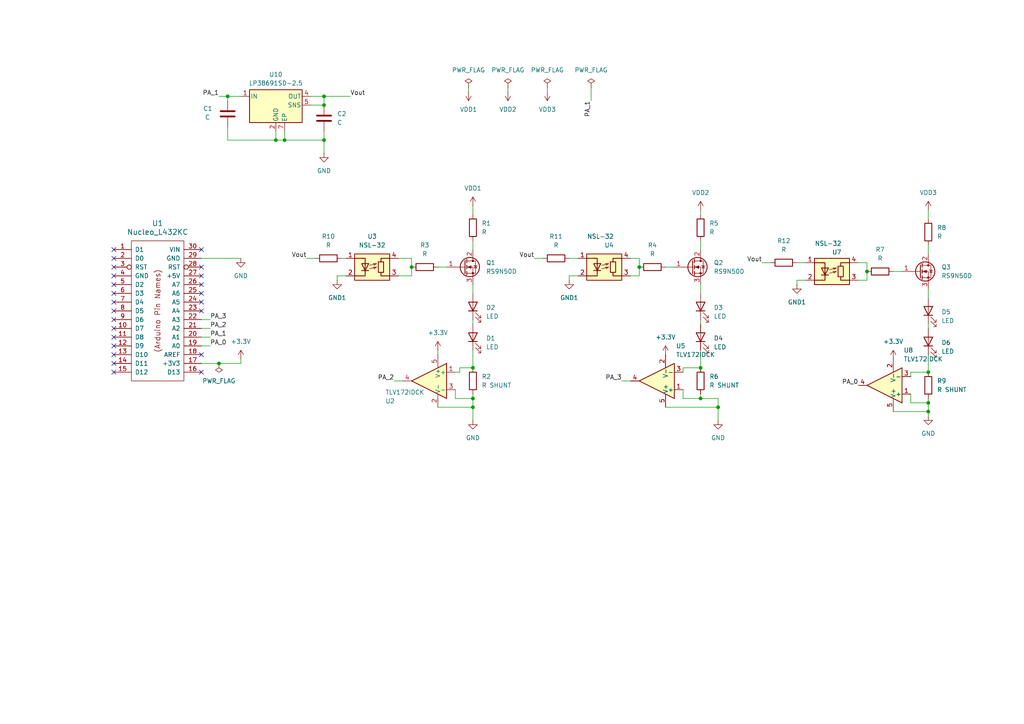
<source format=kicad_sch>
(kicad_sch
	(version 20231120)
	(generator "eeschema")
	(generator_version "8.0")
	(uuid "73fcd942-6002-4b9a-b118-e4a624b8c301")
	(paper "A4")
	(lib_symbols
		(symbol "Amplifier_Operational:TLV172IDCK"
			(pin_names
				(offset 0.127)
			)
			(exclude_from_sim no)
			(in_bom yes)
			(on_board yes)
			(property "Reference" "U"
				(at 7.62 2.54 0)
				(effects
					(font
						(size 1.27 1.27)
					)
				)
			)
			(property "Value" "TLV172IDCK"
				(at 11.43 -2.54 0)
				(effects
					(font
						(size 1.27 1.27)
					)
				)
			)
			(property "Footprint" "Package_TO_SOT_SMD:SOT-353_SC-70-5"
				(at 5.08 0 0)
				(effects
					(font
						(size 1.27 1.27)
					)
					(hide yes)
				)
			)
			(property "Datasheet" "http://www.ti.com/lit/ds/symlink/tlv172.pdf"
				(at 0 0 0)
				(effects
					(font
						(size 1.27 1.27)
					)
					(hide yes)
				)
			)
			(property "Description" "Low-power Operational Amplifier, SOT-353"
				(at 0 0 0)
				(effects
					(font
						(size 1.27 1.27)
					)
					(hide yes)
				)
			)
			(property "ki_keywords" "op amp operational amplifier"
				(at 0 0 0)
				(effects
					(font
						(size 1.27 1.27)
					)
					(hide yes)
				)
			)
			(property "ki_fp_filters" "SOT*353*SC*70*"
				(at 0 0 0)
				(effects
					(font
						(size 1.27 1.27)
					)
					(hide yes)
				)
			)
			(symbol "TLV172IDCK_0_1"
				(polyline
					(pts
						(xy -2.54 5.08) (xy -2.54 -5.08) (xy 7.62 0) (xy -2.54 5.08)
					)
					(stroke
						(width 0.254)
						(type default)
					)
					(fill
						(type background)
					)
				)
			)
			(symbol "TLV172IDCK_1_1"
				(pin input line
					(at -5.08 2.54 0)
					(length 2.54)
					(name "+"
						(effects
							(font
								(size 1.27 1.27)
							)
						)
					)
					(number "1"
						(effects
							(font
								(size 1.27 1.27)
							)
						)
					)
				)
				(pin power_in line
					(at 0 -7.62 90)
					(length 3.81)
					(name "V-"
						(effects
							(font
								(size 1.27 1.27)
							)
						)
					)
					(number "2"
						(effects
							(font
								(size 1.27 1.27)
							)
						)
					)
				)
				(pin input line
					(at -5.08 -2.54 0)
					(length 2.54)
					(name "-"
						(effects
							(font
								(size 1.27 1.27)
							)
						)
					)
					(number "3"
						(effects
							(font
								(size 1.27 1.27)
							)
						)
					)
				)
				(pin output line
					(at 10.16 0 180)
					(length 2.54)
					(name "~"
						(effects
							(font
								(size 1.27 1.27)
							)
						)
					)
					(number "4"
						(effects
							(font
								(size 1.27 1.27)
							)
						)
					)
				)
				(pin power_in line
					(at 0 7.62 270)
					(length 3.81)
					(name "V+"
						(effects
							(font
								(size 1.27 1.27)
							)
						)
					)
					(number "5"
						(effects
							(font
								(size 1.27 1.27)
							)
						)
					)
				)
			)
		)
		(symbol "Device:C"
			(pin_numbers hide)
			(pin_names
				(offset 0.254)
			)
			(exclude_from_sim no)
			(in_bom yes)
			(on_board yes)
			(property "Reference" "C"
				(at 0.635 2.54 0)
				(effects
					(font
						(size 1.27 1.27)
					)
					(justify left)
				)
			)
			(property "Value" "C"
				(at 0.635 -2.54 0)
				(effects
					(font
						(size 1.27 1.27)
					)
					(justify left)
				)
			)
			(property "Footprint" ""
				(at 0.9652 -3.81 0)
				(effects
					(font
						(size 1.27 1.27)
					)
					(hide yes)
				)
			)
			(property "Datasheet" "~"
				(at 0 0 0)
				(effects
					(font
						(size 1.27 1.27)
					)
					(hide yes)
				)
			)
			(property "Description" "Unpolarized capacitor"
				(at 0 0 0)
				(effects
					(font
						(size 1.27 1.27)
					)
					(hide yes)
				)
			)
			(property "ki_keywords" "cap capacitor"
				(at 0 0 0)
				(effects
					(font
						(size 1.27 1.27)
					)
					(hide yes)
				)
			)
			(property "ki_fp_filters" "C_*"
				(at 0 0 0)
				(effects
					(font
						(size 1.27 1.27)
					)
					(hide yes)
				)
			)
			(symbol "C_0_1"
				(polyline
					(pts
						(xy -2.032 -0.762) (xy 2.032 -0.762)
					)
					(stroke
						(width 0.508)
						(type default)
					)
					(fill
						(type none)
					)
				)
				(polyline
					(pts
						(xy -2.032 0.762) (xy 2.032 0.762)
					)
					(stroke
						(width 0.508)
						(type default)
					)
					(fill
						(type none)
					)
				)
			)
			(symbol "C_1_1"
				(pin passive line
					(at 0 3.81 270)
					(length 2.794)
					(name "~"
						(effects
							(font
								(size 1.27 1.27)
							)
						)
					)
					(number "1"
						(effects
							(font
								(size 1.27 1.27)
							)
						)
					)
				)
				(pin passive line
					(at 0 -3.81 90)
					(length 2.794)
					(name "~"
						(effects
							(font
								(size 1.27 1.27)
							)
						)
					)
					(number "2"
						(effects
							(font
								(size 1.27 1.27)
							)
						)
					)
				)
			)
		)
		(symbol "Device:LED"
			(pin_numbers hide)
			(pin_names
				(offset 1.016) hide)
			(exclude_from_sim no)
			(in_bom yes)
			(on_board yes)
			(property "Reference" "D"
				(at 0 2.54 0)
				(effects
					(font
						(size 1.27 1.27)
					)
				)
			)
			(property "Value" "LED"
				(at 0 -2.54 0)
				(effects
					(font
						(size 1.27 1.27)
					)
				)
			)
			(property "Footprint" ""
				(at 0 0 0)
				(effects
					(font
						(size 1.27 1.27)
					)
					(hide yes)
				)
			)
			(property "Datasheet" "~"
				(at 0 0 0)
				(effects
					(font
						(size 1.27 1.27)
					)
					(hide yes)
				)
			)
			(property "Description" "Light emitting diode"
				(at 0 0 0)
				(effects
					(font
						(size 1.27 1.27)
					)
					(hide yes)
				)
			)
			(property "ki_keywords" "LED diode"
				(at 0 0 0)
				(effects
					(font
						(size 1.27 1.27)
					)
					(hide yes)
				)
			)
			(property "ki_fp_filters" "LED* LED_SMD:* LED_THT:*"
				(at 0 0 0)
				(effects
					(font
						(size 1.27 1.27)
					)
					(hide yes)
				)
			)
			(symbol "LED_0_1"
				(polyline
					(pts
						(xy -1.27 -1.27) (xy -1.27 1.27)
					)
					(stroke
						(width 0.254)
						(type default)
					)
					(fill
						(type none)
					)
				)
				(polyline
					(pts
						(xy -1.27 0) (xy 1.27 0)
					)
					(stroke
						(width 0)
						(type default)
					)
					(fill
						(type none)
					)
				)
				(polyline
					(pts
						(xy 1.27 -1.27) (xy 1.27 1.27) (xy -1.27 0) (xy 1.27 -1.27)
					)
					(stroke
						(width 0.254)
						(type default)
					)
					(fill
						(type none)
					)
				)
				(polyline
					(pts
						(xy -3.048 -0.762) (xy -4.572 -2.286) (xy -3.81 -2.286) (xy -4.572 -2.286) (xy -4.572 -1.524)
					)
					(stroke
						(width 0)
						(type default)
					)
					(fill
						(type none)
					)
				)
				(polyline
					(pts
						(xy -1.778 -0.762) (xy -3.302 -2.286) (xy -2.54 -2.286) (xy -3.302 -2.286) (xy -3.302 -1.524)
					)
					(stroke
						(width 0)
						(type default)
					)
					(fill
						(type none)
					)
				)
			)
			(symbol "LED_1_1"
				(pin passive line
					(at -3.81 0 0)
					(length 2.54)
					(name "K"
						(effects
							(font
								(size 1.27 1.27)
							)
						)
					)
					(number "1"
						(effects
							(font
								(size 1.27 1.27)
							)
						)
					)
				)
				(pin passive line
					(at 3.81 0 180)
					(length 2.54)
					(name "A"
						(effects
							(font
								(size 1.27 1.27)
							)
						)
					)
					(number "2"
						(effects
							(font
								(size 1.27 1.27)
							)
						)
					)
				)
			)
		)
		(symbol "Device:R"
			(pin_numbers hide)
			(pin_names
				(offset 0)
			)
			(exclude_from_sim no)
			(in_bom yes)
			(on_board yes)
			(property "Reference" "R"
				(at 2.032 0 90)
				(effects
					(font
						(size 1.27 1.27)
					)
				)
			)
			(property "Value" "R"
				(at 0 0 90)
				(effects
					(font
						(size 1.27 1.27)
					)
				)
			)
			(property "Footprint" ""
				(at -1.778 0 90)
				(effects
					(font
						(size 1.27 1.27)
					)
					(hide yes)
				)
			)
			(property "Datasheet" "~"
				(at 0 0 0)
				(effects
					(font
						(size 1.27 1.27)
					)
					(hide yes)
				)
			)
			(property "Description" "Resistor"
				(at 0 0 0)
				(effects
					(font
						(size 1.27 1.27)
					)
					(hide yes)
				)
			)
			(property "ki_keywords" "R res resistor"
				(at 0 0 0)
				(effects
					(font
						(size 1.27 1.27)
					)
					(hide yes)
				)
			)
			(property "ki_fp_filters" "R_*"
				(at 0 0 0)
				(effects
					(font
						(size 1.27 1.27)
					)
					(hide yes)
				)
			)
			(symbol "R_0_1"
				(rectangle
					(start -1.016 -2.54)
					(end 1.016 2.54)
					(stroke
						(width 0.254)
						(type default)
					)
					(fill
						(type none)
					)
				)
			)
			(symbol "R_1_1"
				(pin passive line
					(at 0 3.81 270)
					(length 1.27)
					(name "~"
						(effects
							(font
								(size 1.27 1.27)
							)
						)
					)
					(number "1"
						(effects
							(font
								(size 1.27 1.27)
							)
						)
					)
				)
				(pin passive line
					(at 0 -3.81 90)
					(length 1.27)
					(name "~"
						(effects
							(font
								(size 1.27 1.27)
							)
						)
					)
					(number "2"
						(effects
							(font
								(size 1.27 1.27)
							)
						)
					)
				)
			)
		)
		(symbol "Isolator:NSL-32"
			(pin_names
				(offset 0.762) hide)
			(exclude_from_sim no)
			(in_bom yes)
			(on_board yes)
			(property "Reference" "U"
				(at 0 5.08 0)
				(effects
					(font
						(size 1.27 1.27)
					)
				)
			)
			(property "Value" "NSL-32"
				(at 0 -5.08 0)
				(effects
					(font
						(size 1.27 1.27)
					)
				)
			)
			(property "Footprint" "OptoDevice:Luna_NSL-32"
				(at 0 -7.62 0)
				(effects
					(font
						(size 1.27 1.27)
					)
					(hide yes)
				)
			)
			(property "Datasheet" "http://lunainc.com/wp-content/uploads/2016/06/NSL-32.pdf"
				(at 1.27 0 0)
				(effects
					(font
						(size 1.27 1.27)
					)
					(hide yes)
				)
			)
			(property "Description" "Optocoupler, LED Input, Photocell Output"
				(at 0 0 0)
				(effects
					(font
						(size 1.27 1.27)
					)
					(hide yes)
				)
			)
			(property "ki_keywords" "optocoupler"
				(at 0 0 0)
				(effects
					(font
						(size 1.27 1.27)
					)
					(hide yes)
				)
			)
			(property "ki_fp_filters" "Luna*NSL?32*"
				(at 0 0 0)
				(effects
					(font
						(size 1.27 1.27)
					)
					(hide yes)
				)
			)
			(symbol "NSL-32_0_1"
				(rectangle
					(start -5.08 3.81)
					(end 5.08 -3.81)
					(stroke
						(width 0.254)
						(type default)
					)
					(fill
						(type background)
					)
				)
				(polyline
					(pts
						(xy -5.08 2.54) (xy -2.54 2.54)
					)
					(stroke
						(width 0.254)
						(type default)
					)
					(fill
						(type none)
					)
				)
				(polyline
					(pts
						(xy -2.794 -2.54) (xy -5.08 -2.54)
					)
					(stroke
						(width 0.254)
						(type default)
					)
					(fill
						(type none)
					)
				)
				(polyline
					(pts
						(xy -1.016 -1.016) (xy -3.048 -1.016) (xy -3.048 -1.016)
					)
					(stroke
						(width 0.254)
						(type default)
					)
					(fill
						(type none)
					)
				)
				(polyline
					(pts
						(xy -0.762 -0.508) (xy 1.27 0) (xy 1.27 0)
					)
					(stroke
						(width 0)
						(type default)
					)
					(fill
						(type none)
					)
				)
				(polyline
					(pts
						(xy -0.762 0.508) (xy 1.27 1.016) (xy 1.27 1.016)
					)
					(stroke
						(width 0)
						(type default)
					)
					(fill
						(type none)
					)
				)
				(polyline
					(pts
						(xy 2.54 -1.524) (xy 2.54 -2.54) (xy 5.08 -2.54)
					)
					(stroke
						(width 0.254)
						(type default)
					)
					(fill
						(type none)
					)
				)
				(polyline
					(pts
						(xy 2.54 1.524) (xy 2.54 2.54) (xy 5.08 2.54)
					)
					(stroke
						(width 0.254)
						(type default)
					)
					(fill
						(type none)
					)
				)
				(polyline
					(pts
						(xy -2.794 -2.54) (xy -2.032 -2.54) (xy -2.032 2.54) (xy -2.794 2.54)
					)
					(stroke
						(width 0.254)
						(type default)
					)
					(fill
						(type none)
					)
				)
				(polyline
					(pts
						(xy 0.254 0) (xy 1.27 0) (xy 0.508 -0.508) (xy 0.508 -0.508)
					)
					(stroke
						(width 0)
						(type default)
					)
					(fill
						(type none)
					)
				)
				(polyline
					(pts
						(xy 0.254 1.016) (xy 1.27 1.016) (xy 0.508 0.508) (xy 0.508 0.508)
					)
					(stroke
						(width 0)
						(type default)
					)
					(fill
						(type none)
					)
				)
				(polyline
					(pts
						(xy -1.016 1.016) (xy -3.048 1.016) (xy -2.032 -1.016) (xy -1.016 1.016) (xy -1.016 1.016) (xy -1.016 1.016)
					)
					(stroke
						(width 0.254)
						(type default)
					)
					(fill
						(type none)
					)
				)
				(rectangle
					(start 1.778 1.524)
					(end 3.302 -1.524)
					(stroke
						(width 0.254)
						(type default)
					)
					(fill
						(type none)
					)
				)
			)
			(symbol "NSL-32_1_1"
				(pin passive line
					(at -7.62 2.54 0)
					(length 2.54)
					(name "A"
						(effects
							(font
								(size 1.27 1.27)
							)
						)
					)
					(number "1"
						(effects
							(font
								(size 1.27 1.27)
							)
						)
					)
				)
				(pin passive line
					(at -7.62 -2.54 0)
					(length 2.54)
					(name "K"
						(effects
							(font
								(size 1.27 1.27)
							)
						)
					)
					(number "2"
						(effects
							(font
								(size 1.27 1.27)
							)
						)
					)
				)
				(pin passive line
					(at 7.62 -2.54 180)
					(length 2.54)
					(name "R"
						(effects
							(font
								(size 1.27 1.27)
							)
						)
					)
					(number "3"
						(effects
							(font
								(size 1.27 1.27)
							)
						)
					)
				)
				(pin passive line
					(at 7.62 2.54 180)
					(length 2.54)
					(name "R"
						(effects
							(font
								(size 1.27 1.27)
							)
						)
					)
					(number "4"
						(effects
							(font
								(size 1.27 1.27)
							)
						)
					)
				)
			)
		)
		(symbol "Regulator_Linear:LP38691SD-2.5"
			(pin_names
				(offset 0.254)
			)
			(exclude_from_sim no)
			(in_bom yes)
			(on_board yes)
			(property "Reference" "U"
				(at -6.35 5.715 0)
				(effects
					(font
						(size 1.27 1.27)
					)
				)
			)
			(property "Value" "LP38691SD-2.5"
				(at 0 5.715 0)
				(effects
					(font
						(size 1.27 1.27)
					)
					(justify left)
				)
			)
			(property "Footprint" "Package_SON:WSON-6-1EP_3x3mm_P0.95mm"
				(at 0 0 0)
				(effects
					(font
						(size 1.27 1.27)
					)
					(hide yes)
				)
			)
			(property "Datasheet" "https://www.ti.com/lit/ds/symlink/lp38691.pdf"
				(at 0 0 0)
				(effects
					(font
						(size 1.27 1.27)
					)
					(hide yes)
				)
			)
			(property "Description" "500-mA Low-Dropout CMOS Linear Regulators Stable With Ceramic Output Capacitors, 2.5V output voltage, WSON-6"
				(at 0 0 0)
				(effects
					(font
						(size 1.27 1.27)
					)
					(hide yes)
				)
			)
			(property "ki_keywords" "LDO Linear Regulator"
				(at 0 0 0)
				(effects
					(font
						(size 1.27 1.27)
					)
					(hide yes)
				)
			)
			(property "ki_fp_filters" "WSON*1EP*3x3mm*P0.95mm*"
				(at 0 0 0)
				(effects
					(font
						(size 1.27 1.27)
					)
					(hide yes)
				)
			)
			(symbol "LP38691SD-2.5_0_1"
				(rectangle
					(start -7.62 -5.08)
					(end 7.62 4.445)
					(stroke
						(width 0.254)
						(type default)
					)
					(fill
						(type background)
					)
				)
			)
			(symbol "LP38691SD-2.5_1_1"
				(pin power_in line
					(at -10.16 2.54 0)
					(length 2.54)
					(name "IN"
						(effects
							(font
								(size 1.27 1.27)
							)
						)
					)
					(number "1"
						(effects
							(font
								(size 1.27 1.27)
							)
						)
					)
				)
				(pin power_in line
					(at 0 -7.62 90)
					(length 2.54)
					(name "GND"
						(effects
							(font
								(size 1.27 1.27)
							)
						)
					)
					(number "2"
						(effects
							(font
								(size 1.27 1.27)
							)
						)
					)
				)
				(pin no_connect line
					(at -7.62 0 0)
					(length 2.54) hide
					(name "NC"
						(effects
							(font
								(size 1.27 1.27)
							)
						)
					)
					(number "3"
						(effects
							(font
								(size 1.27 1.27)
							)
						)
					)
				)
				(pin power_out line
					(at 10.16 2.54 180)
					(length 2.54)
					(name "OUT"
						(effects
							(font
								(size 1.27 1.27)
							)
						)
					)
					(number "4"
						(effects
							(font
								(size 1.27 1.27)
							)
						)
					)
				)
				(pin input line
					(at 10.16 0 180)
					(length 2.54)
					(name "SNS"
						(effects
							(font
								(size 1.27 1.27)
							)
						)
					)
					(number "5"
						(effects
							(font
								(size 1.27 1.27)
							)
						)
					)
				)
				(pin passive line
					(at -10.16 2.54 0)
					(length 2.54) hide
					(name "IN"
						(effects
							(font
								(size 1.27 1.27)
							)
						)
					)
					(number "6"
						(effects
							(font
								(size 1.27 1.27)
							)
						)
					)
				)
				(pin passive line
					(at 2.54 -7.62 90)
					(length 2.54)
					(name "EP"
						(effects
							(font
								(size 1.27 1.27)
							)
						)
					)
					(number "7"
						(effects
							(font
								(size 1.27 1.27)
							)
						)
					)
				)
			)
		)
		(symbol "Transistor_FET:RS9N50D"
			(pin_names hide)
			(exclude_from_sim no)
			(in_bom yes)
			(on_board yes)
			(property "Reference" "Q"
				(at 5.08 1.905 0)
				(effects
					(font
						(size 1.27 1.27)
					)
					(justify left)
				)
			)
			(property "Value" "RS9N50D"
				(at 5.08 0 0)
				(effects
					(font
						(size 1.27 1.27)
					)
					(justify left)
				)
			)
			(property "Footprint" "Package_TO_SOT_SMD:TO-252-2"
				(at 5.08 -1.905 0)
				(effects
					(font
						(size 1.27 1.27)
						(italic yes)
					)
					(justify left)
					(hide yes)
				)
			)
			(property "Datasheet" "https://www.denovocn.com/sites/default/files/RS9N50D.pdf"
				(at 5.08 -3.81 0)
				(effects
					(font
						(size 1.27 1.27)
					)
					(justify left)
					(hide yes)
				)
			)
			(property "Description" "9A Id, 500V Vds, N-Channel Power MOSFET, 650mOhm Ron, 22nC Qg (typ), TO252"
				(at 0 0 0)
				(effects
					(font
						(size 1.27 1.27)
					)
					(hide yes)
				)
			)
			(property "ki_keywords" "NFET high voltage"
				(at 0 0 0)
				(effects
					(font
						(size 1.27 1.27)
					)
					(hide yes)
				)
			)
			(property "ki_fp_filters" "TO?252*"
				(at 0 0 0)
				(effects
					(font
						(size 1.27 1.27)
					)
					(hide yes)
				)
			)
			(symbol "RS9N50D_0_1"
				(polyline
					(pts
						(xy 0.254 0) (xy -2.54 0)
					)
					(stroke
						(width 0)
						(type default)
					)
					(fill
						(type none)
					)
				)
				(polyline
					(pts
						(xy 0.254 1.905) (xy 0.254 -1.905)
					)
					(stroke
						(width 0.254)
						(type default)
					)
					(fill
						(type none)
					)
				)
				(polyline
					(pts
						(xy 0.762 -1.27) (xy 0.762 -2.286)
					)
					(stroke
						(width 0.254)
						(type default)
					)
					(fill
						(type none)
					)
				)
				(polyline
					(pts
						(xy 0.762 0.508) (xy 0.762 -0.508)
					)
					(stroke
						(width 0.254)
						(type default)
					)
					(fill
						(type none)
					)
				)
				(polyline
					(pts
						(xy 0.762 2.286) (xy 0.762 1.27)
					)
					(stroke
						(width 0.254)
						(type default)
					)
					(fill
						(type none)
					)
				)
				(polyline
					(pts
						(xy 2.54 2.54) (xy 2.54 1.778)
					)
					(stroke
						(width 0)
						(type default)
					)
					(fill
						(type none)
					)
				)
				(polyline
					(pts
						(xy 2.54 -2.54) (xy 2.54 0) (xy 0.762 0)
					)
					(stroke
						(width 0)
						(type default)
					)
					(fill
						(type none)
					)
				)
				(polyline
					(pts
						(xy 0.762 -1.778) (xy 3.302 -1.778) (xy 3.302 1.778) (xy 0.762 1.778)
					)
					(stroke
						(width 0)
						(type default)
					)
					(fill
						(type none)
					)
				)
				(polyline
					(pts
						(xy 1.016 0) (xy 2.032 0.381) (xy 2.032 -0.381) (xy 1.016 0)
					)
					(stroke
						(width 0)
						(type default)
					)
					(fill
						(type outline)
					)
				)
				(polyline
					(pts
						(xy 2.794 0.508) (xy 2.921 0.381) (xy 3.683 0.381) (xy 3.81 0.254)
					)
					(stroke
						(width 0)
						(type default)
					)
					(fill
						(type none)
					)
				)
				(polyline
					(pts
						(xy 3.302 0.381) (xy 2.921 -0.254) (xy 3.683 -0.254) (xy 3.302 0.381)
					)
					(stroke
						(width 0)
						(type default)
					)
					(fill
						(type none)
					)
				)
				(circle
					(center 1.651 0)
					(radius 2.794)
					(stroke
						(width 0.254)
						(type default)
					)
					(fill
						(type none)
					)
				)
				(circle
					(center 2.54 -1.778)
					(radius 0.254)
					(stroke
						(width 0)
						(type default)
					)
					(fill
						(type outline)
					)
				)
				(circle
					(center 2.54 1.778)
					(radius 0.254)
					(stroke
						(width 0)
						(type default)
					)
					(fill
						(type outline)
					)
				)
			)
			(symbol "RS9N50D_1_1"
				(pin input line
					(at -5.08 0 0)
					(length 2.54)
					(name "G"
						(effects
							(font
								(size 1.27 1.27)
							)
						)
					)
					(number "1"
						(effects
							(font
								(size 1.27 1.27)
							)
						)
					)
				)
				(pin passive line
					(at 2.54 5.08 270)
					(length 2.54)
					(name "D"
						(effects
							(font
								(size 1.27 1.27)
							)
						)
					)
					(number "2"
						(effects
							(font
								(size 1.27 1.27)
							)
						)
					)
				)
				(pin passive line
					(at 2.54 -5.08 90)
					(length 2.54)
					(name "S"
						(effects
							(font
								(size 1.27 1.27)
							)
						)
					)
					(number "3"
						(effects
							(font
								(size 1.27 1.27)
							)
						)
					)
				)
			)
		)
		(symbol "nucleo_stm32:Nucleo_L432KC"
			(pin_names
				(offset 1.016)
			)
			(exclude_from_sim no)
			(in_bom yes)
			(on_board yes)
			(property "Reference" "U1"
				(at 0 25.4 0)
				(effects
					(font
						(size 1.524 1.524)
					)
				)
			)
			(property "Value" "Nucleo_L432KC"
				(at 0 22.86 0)
				(effects
					(font
						(size 1.524 1.524)
					)
				)
			)
			(property "Footprint" ""
				(at 0 -7.62 0)
				(effects
					(font
						(size 1.524 1.524)
					)
					(hide yes)
				)
			)
			(property "Datasheet" ""
				(at 0 -7.62 0)
				(effects
					(font
						(size 1.524 1.524)
					)
					(hide yes)
				)
			)
			(property "Description" ""
				(at 0 0 0)
				(effects
					(font
						(size 1.27 1.27)
					)
					(hide yes)
				)
			)
			(symbol "Nucleo_L432KC_0_0"
				(rectangle
					(start -7.62 20.32)
					(end 7.62 -20.32)
					(stroke
						(width 0)
						(type solid)
					)
					(fill
						(type none)
					)
				)
			)
			(symbol "Nucleo_L432KC_0_1"
				(text "(Arduino Pin Names)"
					(at 0 0 900)
					(effects
						(font
							(size 1.524 1.524)
						)
					)
				)
			)
			(symbol "Nucleo_L432KC_0_2"
				(text "(Nucleo Pin Names)"
					(at 0 0 900)
					(effects
						(font
							(size 1.524 1.524)
						)
					)
				)
			)
			(symbol "Nucleo_L432KC_1_1"
				(pin bidirectional line
					(at -12.7 17.78 0)
					(length 5.08)
					(name "D1"
						(effects
							(font
								(size 1.27 1.27)
							)
						)
					)
					(number "1"
						(effects
							(font
								(size 1.27 1.27)
							)
						)
					)
				)
				(pin bidirectional line
					(at -12.7 -5.08 0)
					(length 5.08)
					(name "D7"
						(effects
							(font
								(size 1.27 1.27)
							)
						)
					)
					(number "10"
						(effects
							(font
								(size 1.27 1.27)
							)
						)
					)
				)
				(pin bidirectional line
					(at -12.7 -7.62 0)
					(length 5.08)
					(name "D8"
						(effects
							(font
								(size 1.27 1.27)
							)
						)
					)
					(number "11"
						(effects
							(font
								(size 1.27 1.27)
							)
						)
					)
				)
				(pin bidirectional line
					(at -12.7 -10.16 0)
					(length 5.08)
					(name "D9"
						(effects
							(font
								(size 1.27 1.27)
							)
						)
					)
					(number "12"
						(effects
							(font
								(size 1.27 1.27)
							)
						)
					)
				)
				(pin bidirectional line
					(at -12.7 -12.7 0)
					(length 5.08)
					(name "D10"
						(effects
							(font
								(size 1.27 1.27)
							)
						)
					)
					(number "13"
						(effects
							(font
								(size 1.27 1.27)
							)
						)
					)
				)
				(pin bidirectional line
					(at -12.7 -15.24 0)
					(length 5.08)
					(name "D11"
						(effects
							(font
								(size 1.27 1.27)
							)
						)
					)
					(number "14"
						(effects
							(font
								(size 1.27 1.27)
							)
						)
					)
				)
				(pin bidirectional line
					(at -12.7 -17.78 0)
					(length 5.08)
					(name "D12"
						(effects
							(font
								(size 1.27 1.27)
							)
						)
					)
					(number "15"
						(effects
							(font
								(size 1.27 1.27)
							)
						)
					)
				)
				(pin bidirectional line
					(at 12.7 -17.78 180)
					(length 5.08)
					(name "D13"
						(effects
							(font
								(size 1.27 1.27)
							)
						)
					)
					(number "16"
						(effects
							(font
								(size 1.27 1.27)
							)
						)
					)
				)
				(pin power_out line
					(at 12.7 -15.24 180)
					(length 5.08)
					(name "+3V3"
						(effects
							(font
								(size 1.27 1.27)
							)
						)
					)
					(number "17"
						(effects
							(font
								(size 1.27 1.27)
							)
						)
					)
				)
				(pin input line
					(at 12.7 -12.7 180)
					(length 5.08)
					(name "AREF"
						(effects
							(font
								(size 1.27 1.27)
							)
						)
					)
					(number "18"
						(effects
							(font
								(size 1.27 1.27)
							)
						)
					)
				)
				(pin input line
					(at 12.7 -10.16 180)
					(length 5.08)
					(name "A0"
						(effects
							(font
								(size 1.27 1.27)
							)
						)
					)
					(number "19"
						(effects
							(font
								(size 1.27 1.27)
							)
						)
					)
				)
				(pin bidirectional line
					(at -12.7 15.24 0)
					(length 5.08)
					(name "D0"
						(effects
							(font
								(size 1.27 1.27)
							)
						)
					)
					(number "2"
						(effects
							(font
								(size 1.27 1.27)
							)
						)
					)
				)
				(pin bidirectional line
					(at 12.7 -7.62 180)
					(length 5.08)
					(name "A1"
						(effects
							(font
								(size 1.27 1.27)
							)
						)
					)
					(number "20"
						(effects
							(font
								(size 1.27 1.27)
							)
						)
					)
				)
				(pin bidirectional line
					(at 12.7 -5.08 180)
					(length 5.08)
					(name "A2"
						(effects
							(font
								(size 1.27 1.27)
							)
						)
					)
					(number "21"
						(effects
							(font
								(size 1.27 1.27)
							)
						)
					)
				)
				(pin bidirectional line
					(at 12.7 -2.54 180)
					(length 5.08)
					(name "A3"
						(effects
							(font
								(size 1.27 1.27)
							)
						)
					)
					(number "22"
						(effects
							(font
								(size 1.27 1.27)
							)
						)
					)
				)
				(pin bidirectional line
					(at 12.7 0 180)
					(length 5.08)
					(name "A4"
						(effects
							(font
								(size 1.27 1.27)
							)
						)
					)
					(number "23"
						(effects
							(font
								(size 1.27 1.27)
							)
						)
					)
				)
				(pin bidirectional line
					(at 12.7 2.54 180)
					(length 5.08)
					(name "A5"
						(effects
							(font
								(size 1.27 1.27)
							)
						)
					)
					(number "24"
						(effects
							(font
								(size 1.27 1.27)
							)
						)
					)
				)
				(pin bidirectional line
					(at 12.7 5.08 180)
					(length 5.08)
					(name "A6"
						(effects
							(font
								(size 1.27 1.27)
							)
						)
					)
					(number "25"
						(effects
							(font
								(size 1.27 1.27)
							)
						)
					)
				)
				(pin bidirectional line
					(at 12.7 7.62 180)
					(length 5.08)
					(name "A7"
						(effects
							(font
								(size 1.27 1.27)
							)
						)
					)
					(number "26"
						(effects
							(font
								(size 1.27 1.27)
							)
						)
					)
				)
				(pin power_out line
					(at 12.7 10.16 180)
					(length 5.08)
					(name "+5V"
						(effects
							(font
								(size 1.27 1.27)
							)
						)
					)
					(number "27"
						(effects
							(font
								(size 1.27 1.27)
							)
						)
					)
				)
				(pin input inverted
					(at 12.7 12.7 180)
					(length 5.08)
					(name "RST"
						(effects
							(font
								(size 1.27 1.27)
							)
						)
					)
					(number "28"
						(effects
							(font
								(size 1.27 1.27)
							)
						)
					)
				)
				(pin power_in line
					(at 12.7 15.24 180)
					(length 5.08)
					(name "GND"
						(effects
							(font
								(size 1.27 1.27)
							)
						)
					)
					(number "29"
						(effects
							(font
								(size 1.27 1.27)
							)
						)
					)
				)
				(pin input inverted
					(at -12.7 12.7 0)
					(length 5.08)
					(name "RST"
						(effects
							(font
								(size 1.27 1.27)
							)
						)
					)
					(number "3"
						(effects
							(font
								(size 1.27 1.27)
							)
						)
					)
				)
				(pin power_in line
					(at 12.7 17.78 180)
					(length 5.08)
					(name "VIN"
						(effects
							(font
								(size 1.27 1.27)
							)
						)
					)
					(number "30"
						(effects
							(font
								(size 1.27 1.27)
							)
						)
					)
				)
				(pin power_in line
					(at -12.7 10.16 0)
					(length 5.08)
					(name "GND"
						(effects
							(font
								(size 1.27 1.27)
							)
						)
					)
					(number "4"
						(effects
							(font
								(size 1.27 1.27)
							)
						)
					)
				)
				(pin bidirectional line
					(at -12.7 7.62 0)
					(length 5.08)
					(name "D2"
						(effects
							(font
								(size 1.27 1.27)
							)
						)
					)
					(number "5"
						(effects
							(font
								(size 1.27 1.27)
							)
						)
					)
				)
				(pin bidirectional line
					(at -12.7 5.08 0)
					(length 5.08)
					(name "D3"
						(effects
							(font
								(size 1.27 1.27)
							)
						)
					)
					(number "6"
						(effects
							(font
								(size 1.27 1.27)
							)
						)
					)
				)
				(pin bidirectional line
					(at -12.7 2.54 0)
					(length 5.08)
					(name "D4"
						(effects
							(font
								(size 1.27 1.27)
							)
						)
					)
					(number "7"
						(effects
							(font
								(size 1.27 1.27)
							)
						)
					)
				)
				(pin bidirectional line
					(at -12.7 0 0)
					(length 5.08)
					(name "D5"
						(effects
							(font
								(size 1.27 1.27)
							)
						)
					)
					(number "8"
						(effects
							(font
								(size 1.27 1.27)
							)
						)
					)
				)
				(pin bidirectional line
					(at -12.7 -2.54 0)
					(length 5.08)
					(name "D6"
						(effects
							(font
								(size 1.27 1.27)
							)
						)
					)
					(number "9"
						(effects
							(font
								(size 1.27 1.27)
							)
						)
					)
				)
			)
			(symbol "Nucleo_L432KC_1_2"
				(pin bidirectional line
					(at -12.7 17.78 0)
					(length 5.08)
					(name "PA9"
						(effects
							(font
								(size 1.27 1.27)
							)
						)
					)
					(number "1"
						(effects
							(font
								(size 1.27 1.27)
							)
						)
					)
				)
				(pin bidirectional line
					(at -12.7 -5.08 0)
					(length 5.08)
					(name "PC14"
						(effects
							(font
								(size 1.27 1.27)
							)
						)
					)
					(number "10"
						(effects
							(font
								(size 1.27 1.27)
							)
						)
					)
				)
				(pin bidirectional line
					(at -12.7 -7.62 0)
					(length 5.08)
					(name "PC15"
						(effects
							(font
								(size 1.27 1.27)
							)
						)
					)
					(number "11"
						(effects
							(font
								(size 1.27 1.27)
							)
						)
					)
				)
				(pin bidirectional line
					(at -12.7 -10.16 0)
					(length 5.08)
					(name "PA8"
						(effects
							(font
								(size 1.27 1.27)
							)
						)
					)
					(number "12"
						(effects
							(font
								(size 1.27 1.27)
							)
						)
					)
				)
				(pin bidirectional line
					(at -12.7 -12.7 0)
					(length 5.08)
					(name "PA11"
						(effects
							(font
								(size 1.27 1.27)
							)
						)
					)
					(number "13"
						(effects
							(font
								(size 1.27 1.27)
							)
						)
					)
				)
				(pin bidirectional line
					(at -12.7 -15.24 0)
					(length 5.08)
					(name "PB5"
						(effects
							(font
								(size 1.27 1.27)
							)
						)
					)
					(number "14"
						(effects
							(font
								(size 1.27 1.27)
							)
						)
					)
				)
				(pin bidirectional line
					(at -12.7 -17.78 0)
					(length 5.08)
					(name "PB4"
						(effects
							(font
								(size 1.27 1.27)
							)
						)
					)
					(number "15"
						(effects
							(font
								(size 1.27 1.27)
							)
						)
					)
				)
				(pin bidirectional line
					(at 12.7 -17.78 180)
					(length 5.08)
					(name "PB3"
						(effects
							(font
								(size 1.27 1.27)
							)
						)
					)
					(number "16"
						(effects
							(font
								(size 1.27 1.27)
							)
						)
					)
				)
				(pin power_out line
					(at 12.7 -15.24 180)
					(length 5.08)
					(name "+3V3"
						(effects
							(font
								(size 1.27 1.27)
							)
						)
					)
					(number "17"
						(effects
							(font
								(size 1.27 1.27)
							)
						)
					)
				)
				(pin input line
					(at 12.7 -12.7 180)
					(length 5.08)
					(name "AREF"
						(effects
							(font
								(size 1.27 1.27)
							)
						)
					)
					(number "18"
						(effects
							(font
								(size 1.27 1.27)
							)
						)
					)
				)
				(pin bidirectional line
					(at 12.7 -10.16 180)
					(length 5.08)
					(name "PA0"
						(effects
							(font
								(size 1.27 1.27)
							)
						)
					)
					(number "19"
						(effects
							(font
								(size 1.27 1.27)
							)
						)
					)
				)
				(pin bidirectional line
					(at -12.7 15.24 0)
					(length 5.08)
					(name "PA10"
						(effects
							(font
								(size 1.27 1.27)
							)
						)
					)
					(number "2"
						(effects
							(font
								(size 1.27 1.27)
							)
						)
					)
				)
				(pin bidirectional line
					(at 12.7 -7.62 180)
					(length 5.08)
					(name "PA1"
						(effects
							(font
								(size 1.27 1.27)
							)
						)
					)
					(number "20"
						(effects
							(font
								(size 1.27 1.27)
							)
						)
					)
				)
				(pin bidirectional line
					(at 12.7 -5.08 180)
					(length 5.08)
					(name "PA3"
						(effects
							(font
								(size 1.27 1.27)
							)
						)
					)
					(number "21"
						(effects
							(font
								(size 1.27 1.27)
							)
						)
					)
				)
				(pin bidirectional line
					(at 12.7 -2.54 180)
					(length 5.08)
					(name "PA4"
						(effects
							(font
								(size 1.27 1.27)
							)
						)
					)
					(number "22"
						(effects
							(font
								(size 1.27 1.27)
							)
						)
					)
				)
				(pin bidirectional line
					(at 12.7 0 180)
					(length 5.08)
					(name "PA5"
						(effects
							(font
								(size 1.27 1.27)
							)
						)
					)
					(number "23"
						(effects
							(font
								(size 1.27 1.27)
							)
						)
					)
				)
				(pin bidirectional line
					(at 12.7 2.54 180)
					(length 5.08)
					(name "PA6"
						(effects
							(font
								(size 1.27 1.27)
							)
						)
					)
					(number "24"
						(effects
							(font
								(size 1.27 1.27)
							)
						)
					)
				)
				(pin bidirectional line
					(at 12.7 5.08 180)
					(length 5.08)
					(name "PA7"
						(effects
							(font
								(size 1.27 1.27)
							)
						)
					)
					(number "25"
						(effects
							(font
								(size 1.27 1.27)
							)
						)
					)
				)
				(pin bidirectional line
					(at 12.7 7.62 180)
					(length 5.08)
					(name "PA2"
						(effects
							(font
								(size 1.27 1.27)
							)
						)
					)
					(number "26"
						(effects
							(font
								(size 1.27 1.27)
							)
						)
					)
				)
				(pin power_out line
					(at 12.7 10.16 180)
					(length 5.08)
					(name "+5V"
						(effects
							(font
								(size 1.27 1.27)
							)
						)
					)
					(number "27"
						(effects
							(font
								(size 1.27 1.27)
							)
						)
					)
				)
				(pin input inverted
					(at 12.7 12.7 180)
					(length 5.08)
					(name "RST"
						(effects
							(font
								(size 1.27 1.27)
							)
						)
					)
					(number "28"
						(effects
							(font
								(size 1.27 1.27)
							)
						)
					)
				)
				(pin power_in line
					(at 12.7 15.24 180)
					(length 5.08)
					(name "GND"
						(effects
							(font
								(size 1.27 1.27)
							)
						)
					)
					(number "29"
						(effects
							(font
								(size 1.27 1.27)
							)
						)
					)
				)
				(pin input inverted
					(at -12.7 12.7 0)
					(length 5.08)
					(name "RST"
						(effects
							(font
								(size 1.27 1.27)
							)
						)
					)
					(number "3"
						(effects
							(font
								(size 1.27 1.27)
							)
						)
					)
				)
				(pin power_in line
					(at 12.7 17.78 180)
					(length 5.08)
					(name "VIN"
						(effects
							(font
								(size 1.27 1.27)
							)
						)
					)
					(number "30"
						(effects
							(font
								(size 1.27 1.27)
							)
						)
					)
				)
				(pin power_in line
					(at -12.7 10.16 0)
					(length 5.08)
					(name "GND"
						(effects
							(font
								(size 1.27 1.27)
							)
						)
					)
					(number "4"
						(effects
							(font
								(size 1.27 1.27)
							)
						)
					)
				)
				(pin bidirectional line
					(at -12.7 7.62 0)
					(length 5.08)
					(name "PA12"
						(effects
							(font
								(size 1.27 1.27)
							)
						)
					)
					(number "5"
						(effects
							(font
								(size 1.27 1.27)
							)
						)
					)
				)
				(pin bidirectional line
					(at -12.7 5.08 0)
					(length 5.08)
					(name "PB0"
						(effects
							(font
								(size 1.27 1.27)
							)
						)
					)
					(number "6"
						(effects
							(font
								(size 1.27 1.27)
							)
						)
					)
				)
				(pin bidirectional line
					(at -12.7 2.54 0)
					(length 5.08)
					(name "PB7"
						(effects
							(font
								(size 1.27 1.27)
							)
						)
					)
					(number "7"
						(effects
							(font
								(size 1.27 1.27)
							)
						)
					)
				)
				(pin bidirectional line
					(at -12.7 0 0)
					(length 5.08)
					(name "PB6"
						(effects
							(font
								(size 1.27 1.27)
							)
						)
					)
					(number "8"
						(effects
							(font
								(size 1.27 1.27)
							)
						)
					)
				)
				(pin bidirectional line
					(at -12.7 -2.54 0)
					(length 5.08)
					(name "PB1"
						(effects
							(font
								(size 1.27 1.27)
							)
						)
					)
					(number "9"
						(effects
							(font
								(size 1.27 1.27)
							)
						)
					)
				)
			)
		)
		(symbol "power:+3.3V"
			(power)
			(pin_numbers hide)
			(pin_names
				(offset 0) hide)
			(exclude_from_sim no)
			(in_bom yes)
			(on_board yes)
			(property "Reference" "#PWR"
				(at 0 -3.81 0)
				(effects
					(font
						(size 1.27 1.27)
					)
					(hide yes)
				)
			)
			(property "Value" "+3.3V"
				(at 0 3.556 0)
				(effects
					(font
						(size 1.27 1.27)
					)
				)
			)
			(property "Footprint" ""
				(at 0 0 0)
				(effects
					(font
						(size 1.27 1.27)
					)
					(hide yes)
				)
			)
			(property "Datasheet" ""
				(at 0 0 0)
				(effects
					(font
						(size 1.27 1.27)
					)
					(hide yes)
				)
			)
			(property "Description" "Power symbol creates a global label with name \"+3.3V\""
				(at 0 0 0)
				(effects
					(font
						(size 1.27 1.27)
					)
					(hide yes)
				)
			)
			(property "ki_keywords" "global power"
				(at 0 0 0)
				(effects
					(font
						(size 1.27 1.27)
					)
					(hide yes)
				)
			)
			(symbol "+3.3V_0_1"
				(polyline
					(pts
						(xy -0.762 1.27) (xy 0 2.54)
					)
					(stroke
						(width 0)
						(type default)
					)
					(fill
						(type none)
					)
				)
				(polyline
					(pts
						(xy 0 0) (xy 0 2.54)
					)
					(stroke
						(width 0)
						(type default)
					)
					(fill
						(type none)
					)
				)
				(polyline
					(pts
						(xy 0 2.54) (xy 0.762 1.27)
					)
					(stroke
						(width 0)
						(type default)
					)
					(fill
						(type none)
					)
				)
			)
			(symbol "+3.3V_1_1"
				(pin power_in line
					(at 0 0 90)
					(length 0)
					(name "~"
						(effects
							(font
								(size 1.27 1.27)
							)
						)
					)
					(number "1"
						(effects
							(font
								(size 1.27 1.27)
							)
						)
					)
				)
			)
		)
		(symbol "power:GND"
			(power)
			(pin_numbers hide)
			(pin_names
				(offset 0) hide)
			(exclude_from_sim no)
			(in_bom yes)
			(on_board yes)
			(property "Reference" "#PWR"
				(at 0 -6.35 0)
				(effects
					(font
						(size 1.27 1.27)
					)
					(hide yes)
				)
			)
			(property "Value" "GND"
				(at 0 -3.81 0)
				(effects
					(font
						(size 1.27 1.27)
					)
				)
			)
			(property "Footprint" ""
				(at 0 0 0)
				(effects
					(font
						(size 1.27 1.27)
					)
					(hide yes)
				)
			)
			(property "Datasheet" ""
				(at 0 0 0)
				(effects
					(font
						(size 1.27 1.27)
					)
					(hide yes)
				)
			)
			(property "Description" "Power symbol creates a global label with name \"GND\" , ground"
				(at 0 0 0)
				(effects
					(font
						(size 1.27 1.27)
					)
					(hide yes)
				)
			)
			(property "ki_keywords" "global power"
				(at 0 0 0)
				(effects
					(font
						(size 1.27 1.27)
					)
					(hide yes)
				)
			)
			(symbol "GND_0_1"
				(polyline
					(pts
						(xy 0 0) (xy 0 -1.27) (xy 1.27 -1.27) (xy 0 -2.54) (xy -1.27 -1.27) (xy 0 -1.27)
					)
					(stroke
						(width 0)
						(type default)
					)
					(fill
						(type none)
					)
				)
			)
			(symbol "GND_1_1"
				(pin power_in line
					(at 0 0 270)
					(length 0)
					(name "~"
						(effects
							(font
								(size 1.27 1.27)
							)
						)
					)
					(number "1"
						(effects
							(font
								(size 1.27 1.27)
							)
						)
					)
				)
			)
		)
		(symbol "power:GND1"
			(power)
			(pin_numbers hide)
			(pin_names
				(offset 0) hide)
			(exclude_from_sim no)
			(in_bom yes)
			(on_board yes)
			(property "Reference" "#PWR"
				(at 0 -6.35 0)
				(effects
					(font
						(size 1.27 1.27)
					)
					(hide yes)
				)
			)
			(property "Value" "GND1"
				(at 0 -3.81 0)
				(effects
					(font
						(size 1.27 1.27)
					)
				)
			)
			(property "Footprint" ""
				(at 0 0 0)
				(effects
					(font
						(size 1.27 1.27)
					)
					(hide yes)
				)
			)
			(property "Datasheet" ""
				(at 0 0 0)
				(effects
					(font
						(size 1.27 1.27)
					)
					(hide yes)
				)
			)
			(property "Description" "Power symbol creates a global label with name \"GND1\" , ground"
				(at 0 0 0)
				(effects
					(font
						(size 1.27 1.27)
					)
					(hide yes)
				)
			)
			(property "ki_keywords" "global power"
				(at 0 0 0)
				(effects
					(font
						(size 1.27 1.27)
					)
					(hide yes)
				)
			)
			(symbol "GND1_0_1"
				(polyline
					(pts
						(xy 0 0) (xy 0 -1.27) (xy 1.27 -1.27) (xy 0 -2.54) (xy -1.27 -1.27) (xy 0 -1.27)
					)
					(stroke
						(width 0)
						(type default)
					)
					(fill
						(type none)
					)
				)
			)
			(symbol "GND1_1_1"
				(pin power_in line
					(at 0 0 270)
					(length 0)
					(name "~"
						(effects
							(font
								(size 1.27 1.27)
							)
						)
					)
					(number "1"
						(effects
							(font
								(size 1.27 1.27)
							)
						)
					)
				)
			)
		)
		(symbol "power:PWR_FLAG"
			(power)
			(pin_numbers hide)
			(pin_names
				(offset 0) hide)
			(exclude_from_sim no)
			(in_bom yes)
			(on_board yes)
			(property "Reference" "#FLG"
				(at 0 1.905 0)
				(effects
					(font
						(size 1.27 1.27)
					)
					(hide yes)
				)
			)
			(property "Value" "PWR_FLAG"
				(at 0 3.81 0)
				(effects
					(font
						(size 1.27 1.27)
					)
				)
			)
			(property "Footprint" ""
				(at 0 0 0)
				(effects
					(font
						(size 1.27 1.27)
					)
					(hide yes)
				)
			)
			(property "Datasheet" "~"
				(at 0 0 0)
				(effects
					(font
						(size 1.27 1.27)
					)
					(hide yes)
				)
			)
			(property "Description" "Special symbol for telling ERC where power comes from"
				(at 0 0 0)
				(effects
					(font
						(size 1.27 1.27)
					)
					(hide yes)
				)
			)
			(property "ki_keywords" "flag power"
				(at 0 0 0)
				(effects
					(font
						(size 1.27 1.27)
					)
					(hide yes)
				)
			)
			(symbol "PWR_FLAG_0_0"
				(pin power_out line
					(at 0 0 90)
					(length 0)
					(name "~"
						(effects
							(font
								(size 1.27 1.27)
							)
						)
					)
					(number "1"
						(effects
							(font
								(size 1.27 1.27)
							)
						)
					)
				)
			)
			(symbol "PWR_FLAG_0_1"
				(polyline
					(pts
						(xy 0 0) (xy 0 1.27) (xy -1.016 1.905) (xy 0 2.54) (xy 1.016 1.905) (xy 0 1.27)
					)
					(stroke
						(width 0)
						(type default)
					)
					(fill
						(type none)
					)
				)
			)
		)
		(symbol "power:VDD"
			(power)
			(pin_numbers hide)
			(pin_names
				(offset 0) hide)
			(exclude_from_sim no)
			(in_bom yes)
			(on_board yes)
			(property "Reference" "#PWR"
				(at 0 -3.81 0)
				(effects
					(font
						(size 1.27 1.27)
					)
					(hide yes)
				)
			)
			(property "Value" "VDD"
				(at 0 3.556 0)
				(effects
					(font
						(size 1.27 1.27)
					)
				)
			)
			(property "Footprint" ""
				(at 0 0 0)
				(effects
					(font
						(size 1.27 1.27)
					)
					(hide yes)
				)
			)
			(property "Datasheet" ""
				(at 0 0 0)
				(effects
					(font
						(size 1.27 1.27)
					)
					(hide yes)
				)
			)
			(property "Description" "Power symbol creates a global label with name \"VDD\""
				(at 0 0 0)
				(effects
					(font
						(size 1.27 1.27)
					)
					(hide yes)
				)
			)
			(property "ki_keywords" "global power"
				(at 0 0 0)
				(effects
					(font
						(size 1.27 1.27)
					)
					(hide yes)
				)
			)
			(symbol "VDD_0_1"
				(polyline
					(pts
						(xy -0.762 1.27) (xy 0 2.54)
					)
					(stroke
						(width 0)
						(type default)
					)
					(fill
						(type none)
					)
				)
				(polyline
					(pts
						(xy 0 0) (xy 0 2.54)
					)
					(stroke
						(width 0)
						(type default)
					)
					(fill
						(type none)
					)
				)
				(polyline
					(pts
						(xy 0 2.54) (xy 0.762 1.27)
					)
					(stroke
						(width 0)
						(type default)
					)
					(fill
						(type none)
					)
				)
			)
			(symbol "VDD_1_1"
				(pin power_in line
					(at 0 0 90)
					(length 0)
					(name "~"
						(effects
							(font
								(size 1.27 1.27)
							)
						)
					)
					(number "1"
						(effects
							(font
								(size 1.27 1.27)
							)
						)
					)
				)
			)
		)
	)
	(junction
		(at 203.2 115.57)
		(diameter 0)
		(color 0 0 0 0)
		(uuid "05324970-cbb4-452e-a697-3d6496c15c7f")
	)
	(junction
		(at 269.24 116.84)
		(diameter 0)
		(color 0 0 0 0)
		(uuid "08c25e3b-7673-40f5-a4c2-c0adc9e6e6ed")
	)
	(junction
		(at 66.04 27.94)
		(diameter 0)
		(color 0 0 0 0)
		(uuid "1ee7b994-148b-4e9b-92d1-14252814b976")
	)
	(junction
		(at 63.5 105.41)
		(diameter 0)
		(color 0 0 0 0)
		(uuid "2a3e0563-67ca-4acd-93c3-bd672e1923d9")
	)
	(junction
		(at 137.16 118.11)
		(diameter 0)
		(color 0 0 0 0)
		(uuid "2eb70f7d-5c02-4c44-9211-8c0e21c09daf")
	)
	(junction
		(at 93.98 40.64)
		(diameter 0)
		(color 0 0 0 0)
		(uuid "431b7309-0e52-4a6f-984a-fc7ce706c771")
	)
	(junction
		(at 185.42 77.47)
		(diameter 0)
		(color 0 0 0 0)
		(uuid "65abafa5-75dc-4a75-922a-f7d61af2e647")
	)
	(junction
		(at 137.16 106.68)
		(diameter 0)
		(color 0 0 0 0)
		(uuid "6b478eb8-18b7-46a6-ae60-809ac7350866")
	)
	(junction
		(at 93.98 27.94)
		(diameter 0)
		(color 0 0 0 0)
		(uuid "80d3c11b-836b-401d-a766-bb3577fdc4d6")
	)
	(junction
		(at 251.46 78.74)
		(diameter 0)
		(color 0 0 0 0)
		(uuid "8941f733-2811-4895-af38-20b8d87c52d2")
	)
	(junction
		(at 269.24 119.38)
		(diameter 0)
		(color 0 0 0 0)
		(uuid "a329667a-8dcc-4cbc-8e73-f4c4a6135afe")
	)
	(junction
		(at 269.24 107.95)
		(diameter 0)
		(color 0 0 0 0)
		(uuid "a5496fe5-cfa6-4ad2-b232-54a331eb4f57")
	)
	(junction
		(at 80.01 40.64)
		(diameter 0)
		(color 0 0 0 0)
		(uuid "a71f61cd-d71e-4b09-866a-937338e29185")
	)
	(junction
		(at 203.2 106.68)
		(diameter 0)
		(color 0 0 0 0)
		(uuid "a9d12e9b-6804-4047-a455-e09067ae720d")
	)
	(junction
		(at 208.28 118.11)
		(diameter 0)
		(color 0 0 0 0)
		(uuid "b2351407-a866-498f-ad70-86cb0060351f")
	)
	(junction
		(at 82.55 40.64)
		(diameter 0)
		(color 0 0 0 0)
		(uuid "c1d8d8de-ee2a-4afb-b8d5-251e3412b0c7")
	)
	(junction
		(at 93.98 30.48)
		(diameter 0)
		(color 0 0 0 0)
		(uuid "e3a114df-2047-4a6d-a0f6-700743b5570a")
	)
	(junction
		(at 137.16 115.57)
		(diameter 0)
		(color 0 0 0 0)
		(uuid "ebbda52b-39b6-448a-8964-bf0ee0b285b2")
	)
	(junction
		(at 119.38 77.47)
		(diameter 0)
		(color 0 0 0 0)
		(uuid "f9371c53-84b0-4015-9044-6999541e48c5")
	)
	(no_connect
		(at 58.42 85.09)
		(uuid "20c94425-d854-42a0-a4e3-8b4cd78e8597")
	)
	(no_connect
		(at 33.02 105.41)
		(uuid "20fdae4e-c55f-4466-9266-35b622bf4264")
	)
	(no_connect
		(at 33.02 80.01)
		(uuid "27420d64-c187-4e04-aa36-8bd254e0e8a6")
	)
	(no_connect
		(at 33.02 107.95)
		(uuid "28c292d0-8e5e-4c0d-8d3d-45a1b8104d03")
	)
	(no_connect
		(at 58.42 72.39)
		(uuid "2a4ade88-9ec1-4590-8181-0d58136a9175")
	)
	(no_connect
		(at 58.42 102.87)
		(uuid "31452250-ce41-4428-8183-4d685ccb1b0d")
	)
	(no_connect
		(at 33.02 100.33)
		(uuid "3df30a22-a432-4d71-b92c-1a51b6314cf2")
	)
	(no_connect
		(at 33.02 72.39)
		(uuid "49614c32-3133-4215-a3f5-a8ae2d3774b7")
	)
	(no_connect
		(at 33.02 90.17)
		(uuid "49f1304b-092c-40e4-af51-832474968d1f")
	)
	(no_connect
		(at 33.02 85.09)
		(uuid "6e8c09f7-b38e-4339-99d2-e504c65ff9ba")
	)
	(no_connect
		(at 33.02 97.79)
		(uuid "77d3143c-a70d-454d-8494-23592b2c73be")
	)
	(no_connect
		(at 33.02 74.93)
		(uuid "8a18a390-8ec4-4c1d-9473-2e2540efb6cc")
	)
	(no_connect
		(at 33.02 87.63)
		(uuid "8b6c9fe9-a99c-4e6e-8a0e-7c9cd427ff09")
	)
	(no_connect
		(at 33.02 77.47)
		(uuid "90404ec0-4b0a-42ca-9caa-7c15eea0915d")
	)
	(no_connect
		(at 58.42 77.47)
		(uuid "a3bd813b-2e1c-4e6e-8b02-e43266619a9e")
	)
	(no_connect
		(at 58.42 80.01)
		(uuid "a919e398-ad00-4e3b-a72e-f8a5d11a1010")
	)
	(no_connect
		(at 33.02 82.55)
		(uuid "b0838647-7ae8-4a88-8696-628ab3b9ebbf")
	)
	(no_connect
		(at 58.42 107.95)
		(uuid "b15374fa-59dc-4828-8074-e122373c8791")
	)
	(no_connect
		(at 58.42 87.63)
		(uuid "b2f4296b-6e8c-41fa-a356-39c6f722956e")
	)
	(no_connect
		(at 58.42 82.55)
		(uuid "b30b73c9-cdfe-4f58-af15-6e2c09e6c5af")
	)
	(no_connect
		(at 33.02 95.25)
		(uuid "c34fc642-41be-4126-af5e-b2b3ebbd314b")
	)
	(no_connect
		(at 58.42 90.17)
		(uuid "d0778676-0579-4f38-acff-38166377a7cb")
	)
	(no_connect
		(at 33.02 102.87)
		(uuid "d1e0f294-907d-4131-aaa8-24b957d01084")
	)
	(no_connect
		(at 33.02 92.71)
		(uuid "df715a68-ce21-427a-be6e-1c6ca6a96acb")
	)
	(wire
		(pts
			(xy 269.24 116.84) (xy 269.24 119.38)
		)
		(stroke
			(width 0)
			(type default)
		)
		(uuid "040b9811-fca3-46cf-8c60-057b97ab2062")
	)
	(wire
		(pts
			(xy 69.85 104.14) (xy 69.85 105.41)
		)
		(stroke
			(width 0)
			(type default)
		)
		(uuid "0d7e8a34-527d-483c-a167-53527f4fe5d4")
	)
	(wire
		(pts
			(xy 137.16 101.6) (xy 137.16 106.68)
		)
		(stroke
			(width 0)
			(type default)
		)
		(uuid "0f1f0427-6ebc-47e5-ac54-878b5eec6c15")
	)
	(wire
		(pts
			(xy 248.92 76.2) (xy 251.46 76.2)
		)
		(stroke
			(width 0)
			(type default)
		)
		(uuid "150c63e2-4ba9-45c5-bfae-796b0ddfb5a7")
	)
	(wire
		(pts
			(xy 269.24 71.12) (xy 269.24 73.66)
		)
		(stroke
			(width 0)
			(type default)
		)
		(uuid "170030d2-933b-4d7f-b1ae-78cc9739def5")
	)
	(wire
		(pts
			(xy 180.34 110.49) (xy 182.88 110.49)
		)
		(stroke
			(width 0)
			(type default)
		)
		(uuid "170dbd29-abbf-497f-8986-dfa669dc6d2a")
	)
	(wire
		(pts
			(xy 80.01 38.1) (xy 80.01 40.64)
		)
		(stroke
			(width 0)
			(type default)
		)
		(uuid "1a9325d6-b9b9-415f-ae45-617f4a11297b")
	)
	(wire
		(pts
			(xy 93.98 30.48) (xy 93.98 27.94)
		)
		(stroke
			(width 0)
			(type default)
		)
		(uuid "1b49d847-77cb-4f18-a481-1adf124a3b53")
	)
	(wire
		(pts
			(xy 203.2 101.6) (xy 203.2 106.68)
		)
		(stroke
			(width 0)
			(type default)
		)
		(uuid "1e9449e2-6462-4173-9773-d15c8a84f979")
	)
	(wire
		(pts
			(xy 264.16 114.3) (xy 264.16 116.84)
		)
		(stroke
			(width 0)
			(type default)
		)
		(uuid "1f1d3b11-4b3d-4715-ae16-78bdc36a19b3")
	)
	(wire
		(pts
			(xy 165.1 81.28) (xy 165.1 80.01)
		)
		(stroke
			(width 0)
			(type default)
		)
		(uuid "2005620c-7ab5-4b7d-99d8-178b302af17a")
	)
	(wire
		(pts
			(xy 127 102.87) (xy 127 101.6)
		)
		(stroke
			(width 0)
			(type default)
		)
		(uuid "224d1dd9-2efa-4e35-be12-596c1e0f6729")
	)
	(wire
		(pts
			(xy 115.57 74.93) (xy 119.38 74.93)
		)
		(stroke
			(width 0)
			(type default)
		)
		(uuid "25448ae5-9c8f-46b9-a182-dbf4ded4c5db")
	)
	(wire
		(pts
			(xy 137.16 59.69) (xy 137.16 62.23)
		)
		(stroke
			(width 0)
			(type default)
		)
		(uuid "26d7aa6e-08ab-4fb2-ad9b-272901ca77ae")
	)
	(wire
		(pts
			(xy 269.24 119.38) (xy 269.24 120.65)
		)
		(stroke
			(width 0)
			(type default)
		)
		(uuid "2a988371-91fa-426a-96bb-79bf269db613")
	)
	(wire
		(pts
			(xy 66.04 36.83) (xy 66.04 40.64)
		)
		(stroke
			(width 0)
			(type default)
		)
		(uuid "2bdd7bc1-417f-43dd-aba5-c3baf44d3f34")
	)
	(wire
		(pts
			(xy 264.16 109.22) (xy 264.16 107.95)
		)
		(stroke
			(width 0)
			(type default)
		)
		(uuid "2e437455-ff37-4812-92f7-757bdc2d8797")
	)
	(wire
		(pts
			(xy 165.1 74.93) (xy 167.64 74.93)
		)
		(stroke
			(width 0)
			(type default)
		)
		(uuid "2f5ec555-2815-42ca-9ecb-302125e0bcc9")
	)
	(wire
		(pts
			(xy 269.24 93.98) (xy 269.24 95.25)
		)
		(stroke
			(width 0)
			(type default)
		)
		(uuid "321fadf8-ebf9-4fe9-94a1-6a998ef6105c")
	)
	(wire
		(pts
			(xy 135.89 26.67) (xy 135.89 25.4)
		)
		(stroke
			(width 0)
			(type default)
		)
		(uuid "337c8af9-0187-44f6-8c89-871d78ad9f94")
	)
	(wire
		(pts
			(xy 154.94 74.93) (xy 157.48 74.93)
		)
		(stroke
			(width 0)
			(type default)
		)
		(uuid "3408d759-d6f1-48d0-84f3-0e23129a875b")
	)
	(wire
		(pts
			(xy 208.28 115.57) (xy 203.2 115.57)
		)
		(stroke
			(width 0)
			(type default)
		)
		(uuid "3592a1d0-62a2-459f-98d7-7333bd903715")
	)
	(wire
		(pts
			(xy 82.55 40.64) (xy 93.98 40.64)
		)
		(stroke
			(width 0)
			(type default)
		)
		(uuid "3918ae49-f20f-41c9-900c-8881a75c91a5")
	)
	(wire
		(pts
			(xy 115.57 80.01) (xy 119.38 80.01)
		)
		(stroke
			(width 0)
			(type default)
		)
		(uuid "3a46ecb8-474e-4a5c-be2b-b62368f739e0")
	)
	(wire
		(pts
			(xy 88.9 74.93) (xy 91.44 74.93)
		)
		(stroke
			(width 0)
			(type default)
		)
		(uuid "3c4ae3d1-7390-4dae-a3d5-d534f1cfe9f1")
	)
	(wire
		(pts
			(xy 66.04 27.94) (xy 69.85 27.94)
		)
		(stroke
			(width 0)
			(type default)
		)
		(uuid "3c698e71-1053-4417-9a27-93e010b2efbc")
	)
	(wire
		(pts
			(xy 137.16 82.55) (xy 137.16 85.09)
		)
		(stroke
			(width 0)
			(type default)
		)
		(uuid "406e75dc-aca8-479a-82a3-3eb8ece73d4d")
	)
	(wire
		(pts
			(xy 203.2 69.85) (xy 203.2 72.39)
		)
		(stroke
			(width 0)
			(type default)
		)
		(uuid "46509a7d-3150-45d5-a147-1d3638771a81")
	)
	(wire
		(pts
			(xy 198.12 106.68) (xy 203.2 106.68)
		)
		(stroke
			(width 0)
			(type default)
		)
		(uuid "468f47d4-b60f-46a8-a672-e5442ffdee4d")
	)
	(wire
		(pts
			(xy 233.68 81.28) (xy 231.14 81.28)
		)
		(stroke
			(width 0)
			(type default)
		)
		(uuid "491e3301-d750-463a-9a7e-c7e37cc015f3")
	)
	(wire
		(pts
			(xy 63.5 27.94) (xy 66.04 27.94)
		)
		(stroke
			(width 0)
			(type default)
		)
		(uuid "4e162a4d-8a2b-4dc3-bcde-3d7212e09010")
	)
	(wire
		(pts
			(xy 58.42 105.41) (xy 63.5 105.41)
		)
		(stroke
			(width 0)
			(type default)
		)
		(uuid "4fe7d6e6-9c1b-4652-b994-afca01d00e11")
	)
	(wire
		(pts
			(xy 208.28 115.57) (xy 208.28 118.11)
		)
		(stroke
			(width 0)
			(type default)
		)
		(uuid "5555e593-c693-434d-a2fb-840e1e086110")
	)
	(wire
		(pts
			(xy 248.92 81.28) (xy 251.46 81.28)
		)
		(stroke
			(width 0)
			(type default)
		)
		(uuid "566de04e-7a06-443d-8342-9eb7ef3d9ef7")
	)
	(wire
		(pts
			(xy 185.42 74.93) (xy 185.42 77.47)
		)
		(stroke
			(width 0)
			(type default)
		)
		(uuid "5698d182-ffa6-4122-941e-b809506a3a63")
	)
	(wire
		(pts
			(xy 165.1 80.01) (xy 167.64 80.01)
		)
		(stroke
			(width 0)
			(type default)
		)
		(uuid "58e7e596-64e8-4926-b390-38c6093d616b")
	)
	(wire
		(pts
			(xy 66.04 27.94) (xy 66.04 29.21)
		)
		(stroke
			(width 0)
			(type default)
		)
		(uuid "593585af-aa82-41a5-ae5e-2267a0a14e4f")
	)
	(wire
		(pts
			(xy 90.17 27.94) (xy 93.98 27.94)
		)
		(stroke
			(width 0)
			(type default)
		)
		(uuid "5d8a54b4-02ab-49c0-b68d-59087ce7f4e4")
	)
	(wire
		(pts
			(xy 97.79 80.01) (xy 97.79 81.28)
		)
		(stroke
			(width 0)
			(type default)
		)
		(uuid "63ffd1a8-b4be-4207-b6fc-1b4e0bf43e98")
	)
	(wire
		(pts
			(xy 231.14 76.2) (xy 233.68 76.2)
		)
		(stroke
			(width 0)
			(type default)
		)
		(uuid "6ad50d9e-488c-4cfd-8042-64b09262006f")
	)
	(wire
		(pts
			(xy 264.16 116.84) (xy 269.24 116.84)
		)
		(stroke
			(width 0)
			(type default)
		)
		(uuid "6d64f578-79df-4952-ab88-feddc2f45e2c")
	)
	(wire
		(pts
			(xy 132.08 115.57) (xy 137.16 115.57)
		)
		(stroke
			(width 0)
			(type default)
		)
		(uuid "6dc85534-ab5c-4f06-8b03-0d6a17f2ce4c")
	)
	(wire
		(pts
			(xy 203.2 92.71) (xy 203.2 93.98)
		)
		(stroke
			(width 0)
			(type default)
		)
		(uuid "72e21d2c-b50d-4715-8645-a1da5447a07d")
	)
	(wire
		(pts
			(xy 119.38 74.93) (xy 119.38 77.47)
		)
		(stroke
			(width 0)
			(type default)
		)
		(uuid "7390abcd-0222-4625-b1c0-d71322ae5318")
	)
	(wire
		(pts
			(xy 259.08 119.38) (xy 269.24 119.38)
		)
		(stroke
			(width 0)
			(type default)
		)
		(uuid "73f3b265-3469-42b6-892c-edfa7ecc2554")
	)
	(wire
		(pts
			(xy 158.75 26.67) (xy 158.75 25.4)
		)
		(stroke
			(width 0)
			(type default)
		)
		(uuid "746a713b-5670-49b4-80fa-97aa1261cd98")
	)
	(wire
		(pts
			(xy 147.32 26.67) (xy 147.32 25.4)
		)
		(stroke
			(width 0)
			(type default)
		)
		(uuid "772ec3c5-1735-49d0-82ed-9473671d1512")
	)
	(wire
		(pts
			(xy 231.14 81.28) (xy 231.14 82.55)
		)
		(stroke
			(width 0)
			(type default)
		)
		(uuid "7aea1329-cb4c-4e7f-a78b-17240ff230a3")
	)
	(wire
		(pts
			(xy 251.46 76.2) (xy 251.46 78.74)
		)
		(stroke
			(width 0)
			(type default)
		)
		(uuid "7b0bb13e-457f-48c3-86ef-7d5c9895deea")
	)
	(wire
		(pts
			(xy 82.55 38.1) (xy 82.55 40.64)
		)
		(stroke
			(width 0)
			(type default)
		)
		(uuid "7ec28d32-5d33-4e4b-9fe5-80c81ee5e26b")
	)
	(wire
		(pts
			(xy 198.12 113.03) (xy 198.12 115.57)
		)
		(stroke
			(width 0)
			(type default)
		)
		(uuid "826f1b2b-c959-49a4-9f2a-08ac3f303b1b")
	)
	(wire
		(pts
			(xy 269.24 83.82) (xy 269.24 86.36)
		)
		(stroke
			(width 0)
			(type default)
		)
		(uuid "843673d7-9220-45cd-9202-60609e7f6409")
	)
	(wire
		(pts
			(xy 269.24 115.57) (xy 269.24 116.84)
		)
		(stroke
			(width 0)
			(type default)
		)
		(uuid "84c28ad3-8ad6-4be1-977c-7bea4dcb5571")
	)
	(wire
		(pts
			(xy 114.3 110.49) (xy 116.84 110.49)
		)
		(stroke
			(width 0)
			(type default)
		)
		(uuid "871b181f-d06d-454b-ae26-16df5e8e0003")
	)
	(wire
		(pts
			(xy 58.42 97.79) (xy 60.96 97.79)
		)
		(stroke
			(width 0)
			(type default)
		)
		(uuid "88da1e7e-32ba-43e7-9508-a74f12002586")
	)
	(wire
		(pts
			(xy 99.06 74.93) (xy 100.33 74.93)
		)
		(stroke
			(width 0)
			(type default)
		)
		(uuid "88eed91a-56d9-4e77-b2ac-e116c38647b6")
	)
	(wire
		(pts
			(xy 137.16 115.57) (xy 137.16 118.11)
		)
		(stroke
			(width 0)
			(type default)
		)
		(uuid "8a2fcbb8-77ae-46ed-94f8-32f502604425")
	)
	(wire
		(pts
			(xy 58.42 95.25) (xy 60.96 95.25)
		)
		(stroke
			(width 0)
			(type default)
		)
		(uuid "9148d5db-4343-4189-b4f3-9a3d8e1708da")
	)
	(wire
		(pts
			(xy 137.16 92.71) (xy 137.16 93.98)
		)
		(stroke
			(width 0)
			(type default)
		)
		(uuid "91b3e887-ef31-448a-ac9b-5a3af40f2235")
	)
	(wire
		(pts
			(xy 58.42 100.33) (xy 60.96 100.33)
		)
		(stroke
			(width 0)
			(type default)
		)
		(uuid "91bb2be2-7085-479f-a20a-9afe3d6e19f2")
	)
	(wire
		(pts
			(xy 203.2 82.55) (xy 203.2 85.09)
		)
		(stroke
			(width 0)
			(type default)
		)
		(uuid "91c7f730-baea-41ca-9093-14dc849af34d")
	)
	(wire
		(pts
			(xy 259.08 78.74) (xy 261.62 78.74)
		)
		(stroke
			(width 0)
			(type default)
		)
		(uuid "9716f359-86b4-430b-bdfc-69e0b6accc24")
	)
	(wire
		(pts
			(xy 80.01 40.64) (xy 82.55 40.64)
		)
		(stroke
			(width 0)
			(type default)
		)
		(uuid "974dc64f-2ae6-4090-8214-f82e70dac61b")
	)
	(wire
		(pts
			(xy 93.98 27.94) (xy 101.6 27.94)
		)
		(stroke
			(width 0)
			(type default)
		)
		(uuid "9836449f-357d-4e25-a417-0fc4290caeba")
	)
	(wire
		(pts
			(xy 90.17 30.48) (xy 93.98 30.48)
		)
		(stroke
			(width 0)
			(type default)
		)
		(uuid "9cf5cb49-0b3e-47fd-a86b-eef37b6a1cf3")
	)
	(wire
		(pts
			(xy 63.5 105.41) (xy 69.85 105.41)
		)
		(stroke
			(width 0)
			(type default)
		)
		(uuid "9df81e73-8163-4c69-baef-3ed47b95406c")
	)
	(wire
		(pts
			(xy 137.16 69.85) (xy 137.16 72.39)
		)
		(stroke
			(width 0)
			(type default)
		)
		(uuid "a0780daf-de7c-421d-93d4-a3f18d76a39d")
	)
	(wire
		(pts
			(xy 137.16 118.11) (xy 137.16 121.92)
		)
		(stroke
			(width 0)
			(type default)
		)
		(uuid "a4f2f593-4d1b-4940-8e21-20b969bb5c0f")
	)
	(wire
		(pts
			(xy 182.88 80.01) (xy 185.42 80.01)
		)
		(stroke
			(width 0)
			(type default)
		)
		(uuid "aa6bdae9-bebb-4479-8939-c364140b051e")
	)
	(wire
		(pts
			(xy 203.2 60.96) (xy 203.2 62.23)
		)
		(stroke
			(width 0)
			(type default)
		)
		(uuid "aabca83a-2bd5-432a-a199-51957da3f6df")
	)
	(wire
		(pts
			(xy 58.42 74.93) (xy 69.85 74.93)
		)
		(stroke
			(width 0)
			(type default)
		)
		(uuid "ac74244b-8b62-4ee5-83df-5eb0e6157b74")
	)
	(wire
		(pts
			(xy 100.33 80.01) (xy 97.79 80.01)
		)
		(stroke
			(width 0)
			(type default)
		)
		(uuid "b10a40f3-04c6-44ac-bc6f-1ae23688ddbf")
	)
	(wire
		(pts
			(xy 119.38 80.01) (xy 119.38 77.47)
		)
		(stroke
			(width 0)
			(type default)
		)
		(uuid "b8c48150-c0cf-4e99-9051-ce9b6ef8b91a")
	)
	(wire
		(pts
			(xy 133.35 106.68) (xy 137.16 106.68)
		)
		(stroke
			(width 0)
			(type default)
		)
		(uuid "b9c09724-d7e9-448a-91a5-0e71d8f6e716")
	)
	(wire
		(pts
			(xy 127 77.47) (xy 129.54 77.47)
		)
		(stroke
			(width 0)
			(type default)
		)
		(uuid "bf1296f2-baad-41d9-880b-19c2630acf68")
	)
	(wire
		(pts
			(xy 251.46 81.28) (xy 251.46 78.74)
		)
		(stroke
			(width 0)
			(type default)
		)
		(uuid "c0debffb-9c63-4c68-b9e5-687e02b4d643")
	)
	(wire
		(pts
			(xy 193.04 77.47) (xy 195.58 77.47)
		)
		(stroke
			(width 0)
			(type default)
		)
		(uuid "c10e64fc-0d18-4439-9910-e0add81d2b37")
	)
	(wire
		(pts
			(xy 269.24 102.87) (xy 269.24 107.95)
		)
		(stroke
			(width 0)
			(type default)
		)
		(uuid "c598eeba-d6ef-49db-92c5-c3e1f6991c15")
	)
	(wire
		(pts
			(xy 182.88 74.93) (xy 185.42 74.93)
		)
		(stroke
			(width 0)
			(type default)
		)
		(uuid "cb2fd3ba-4348-4ecd-b217-4e373b44517b")
	)
	(wire
		(pts
			(xy 93.98 40.64) (xy 93.98 44.45)
		)
		(stroke
			(width 0)
			(type default)
		)
		(uuid "cb653c0e-1795-4ff0-a7d5-aebbf55d1c09")
	)
	(wire
		(pts
			(xy 220.98 76.2) (xy 223.52 76.2)
		)
		(stroke
			(width 0)
			(type default)
		)
		(uuid "cf5d348f-f157-4fe9-be23-4322e0c3d4bd")
	)
	(wire
		(pts
			(xy 171.45 29.21) (xy 171.45 25.4)
		)
		(stroke
			(width 0)
			(type default)
		)
		(uuid "d527fa05-a8fc-459c-9cb4-5ac15a72587e")
	)
	(wire
		(pts
			(xy 198.12 107.95) (xy 198.12 106.68)
		)
		(stroke
			(width 0)
			(type default)
		)
		(uuid "d95d3ea6-fdec-4679-9f95-cfef50f5a385")
	)
	(wire
		(pts
			(xy 66.04 40.64) (xy 80.01 40.64)
		)
		(stroke
			(width 0)
			(type default)
		)
		(uuid "da48de36-873f-4208-b034-b25f768e8f29")
	)
	(wire
		(pts
			(xy 93.98 38.1) (xy 93.98 40.64)
		)
		(stroke
			(width 0)
			(type default)
		)
		(uuid "dd51e617-2823-4235-bd3d-b409c91aa2d8")
	)
	(wire
		(pts
			(xy 264.16 107.95) (xy 269.24 107.95)
		)
		(stroke
			(width 0)
			(type default)
		)
		(uuid "e0c35c14-9332-4754-b0ec-8666acfbf912")
	)
	(wire
		(pts
			(xy 208.28 118.11) (xy 208.28 121.92)
		)
		(stroke
			(width 0)
			(type default)
		)
		(uuid "e19b00ee-63b2-42de-9da8-a745d7846deb")
	)
	(wire
		(pts
			(xy 193.04 118.11) (xy 208.28 118.11)
		)
		(stroke
			(width 0)
			(type default)
		)
		(uuid "e3e4340a-3c2e-485a-a403-e630101f793d")
	)
	(wire
		(pts
			(xy 133.35 107.95) (xy 133.35 106.68)
		)
		(stroke
			(width 0)
			(type default)
		)
		(uuid "e781d5c1-fe14-4b5f-a711-56cefa090600")
	)
	(wire
		(pts
			(xy 127 118.11) (xy 137.16 118.11)
		)
		(stroke
			(width 0)
			(type default)
		)
		(uuid "e98e21a5-4145-4743-8d41-38880694e081")
	)
	(wire
		(pts
			(xy 198.12 115.57) (xy 203.2 115.57)
		)
		(stroke
			(width 0)
			(type default)
		)
		(uuid "ea564a56-3eba-4039-bf8e-7d0135c3a2fd")
	)
	(wire
		(pts
			(xy 132.08 107.95) (xy 133.35 107.95)
		)
		(stroke
			(width 0)
			(type default)
		)
		(uuid "ef3c5528-93eb-4d51-9669-4d40f8b8cbc9")
	)
	(wire
		(pts
			(xy 58.42 92.71) (xy 60.96 92.71)
		)
		(stroke
			(width 0)
			(type default)
		)
		(uuid "efcdbcaa-efaf-4090-a329-bab44e319d4b")
	)
	(wire
		(pts
			(xy 137.16 114.3) (xy 137.16 115.57)
		)
		(stroke
			(width 0)
			(type default)
		)
		(uuid "efe31bce-03de-4bf8-af1b-be17f38931c7")
	)
	(wire
		(pts
			(xy 203.2 114.3) (xy 203.2 115.57)
		)
		(stroke
			(width 0)
			(type default)
		)
		(uuid "f11d4c97-fd37-4a21-b1fc-eb1a4e496249")
	)
	(wire
		(pts
			(xy 269.24 60.96) (xy 269.24 63.5)
		)
		(stroke
			(width 0)
			(type default)
		)
		(uuid "f1d0626d-6fbd-4bea-90fe-2f0e65b90722")
	)
	(wire
		(pts
			(xy 132.08 113.03) (xy 132.08 115.57)
		)
		(stroke
			(width 0)
			(type default)
		)
		(uuid "f49d4ac6-8fe5-4fcd-a2cd-423d49938a14")
	)
	(wire
		(pts
			(xy 185.42 80.01) (xy 185.42 77.47)
		)
		(stroke
			(width 0)
			(type default)
		)
		(uuid "fc96e6dc-74c8-4b75-bd6b-5abd6df37c43")
	)
	(label "PA_0"
		(at 248.92 111.76 180)
		(fields_autoplaced yes)
		(effects
			(font
				(size 1.27 1.27)
			)
			(justify right bottom)
		)
		(uuid "0992bbfb-e315-4f29-a5dd-2c7ae6935e7d")
	)
	(label "PA_3"
		(at 180.34 110.49 180)
		(fields_autoplaced yes)
		(effects
			(font
				(size 1.27 1.27)
			)
			(justify right bottom)
		)
		(uuid "37d7039a-0279-4bbd-81ce-9a5a6047ba35")
	)
	(label "PA_1"
		(at 60.96 97.79 0)
		(fields_autoplaced yes)
		(effects
			(font
				(size 1.27 1.27)
			)
			(justify left bottom)
		)
		(uuid "6113b6a6-76f1-45a9-98e2-e393589cefc1")
	)
	(label "Vout"
		(at 220.98 76.2 180)
		(fields_autoplaced yes)
		(effects
			(font
				(size 1.27 1.27)
			)
			(justify right bottom)
		)
		(uuid "6d92a9f6-e28f-4482-b6a8-f4b12755515d")
	)
	(label "PA_2"
		(at 60.96 95.25 0)
		(fields_autoplaced yes)
		(effects
			(font
				(size 1.27 1.27)
			)
			(justify left bottom)
		)
		(uuid "742b0228-92c9-4569-8a5d-63f1c9995d64")
	)
	(label "PA_0"
		(at 60.96 100.33 0)
		(fields_autoplaced yes)
		(effects
			(font
				(size 1.27 1.27)
			)
			(justify left bottom)
		)
		(uuid "7df6b56b-207c-4519-9f7f-aae054ff9f02")
	)
	(label "PA_3"
		(at 60.96 92.71 0)
		(fields_autoplaced yes)
		(effects
			(font
				(size 1.27 1.27)
			)
			(justify left bottom)
		)
		(uuid "976f3dad-d836-4c6d-89ef-649e41c71525")
	)
	(label "PA_1"
		(at 63.5 27.94 180)
		(fields_autoplaced yes)
		(effects
			(font
				(size 1.27 1.27)
			)
			(justify right bottom)
		)
		(uuid "97d5f46b-1587-4724-b0ff-1430f2fe027a")
	)
	(label "Vout"
		(at 88.9 74.93 180)
		(fields_autoplaced yes)
		(effects
			(font
				(size 1.27 1.27)
			)
			(justify right bottom)
		)
		(uuid "a49d4bd1-a915-4112-b0f5-a6b4decc7851")
	)
	(label "PA_2"
		(at 114.3 110.49 180)
		(fields_autoplaced yes)
		(effects
			(font
				(size 1.27 1.27)
			)
			(justify right bottom)
		)
		(uuid "ae6faeee-3fb6-42f6-b8f2-4c7892052580")
	)
	(label "Vout"
		(at 101.6 27.94 0)
		(fields_autoplaced yes)
		(effects
			(font
				(size 1.27 1.27)
			)
			(justify left bottom)
		)
		(uuid "b0839a86-abb8-4ea6-8171-564a20c35897")
	)
	(label "PA_1"
		(at 171.45 29.21 270)
		(fields_autoplaced yes)
		(effects
			(font
				(size 1.27 1.27)
			)
			(justify right bottom)
		)
		(uuid "b21a0afc-3a30-4522-82e1-58d62c0e3357")
	)
	(label "Vout"
		(at 154.94 74.93 180)
		(fields_autoplaced yes)
		(effects
			(font
				(size 1.27 1.27)
			)
			(justify right bottom)
		)
		(uuid "f4df1aef-ac1e-4cf5-971f-0b165fd3181a")
	)
	(symbol
		(lib_id "power:VDD")
		(at 137.16 59.69 0)
		(unit 1)
		(exclude_from_sim no)
		(in_bom yes)
		(on_board yes)
		(dnp no)
		(fields_autoplaced yes)
		(uuid "02d80b23-13f4-42f9-bdf0-837fb1ece59a")
		(property "Reference" "#PWR01"
			(at 137.16 63.5 0)
			(effects
				(font
					(size 1.27 1.27)
				)
				(hide yes)
			)
		)
		(property "Value" "VDD1"
			(at 137.16 54.61 0)
			(effects
				(font
					(size 1.27 1.27)
				)
			)
		)
		(property "Footprint" ""
			(at 137.16 59.69 0)
			(effects
				(font
					(size 1.27 1.27)
				)
				(hide yes)
			)
		)
		(property "Datasheet" ""
			(at 137.16 59.69 0)
			(effects
				(font
					(size 1.27 1.27)
				)
				(hide yes)
			)
		)
		(property "Description" "Power symbol creates a global label with name \"VDD\""
			(at 137.16 59.69 0)
			(effects
				(font
					(size 1.27 1.27)
				)
				(hide yes)
			)
		)
		(pin "1"
			(uuid "6f718d62-ed75-4c00-ab50-735daaf8abf5")
		)
		(instances
			(project ""
				(path "/73fcd942-6002-4b9a-b118-e4a624b8c301"
					(reference "#PWR01")
					(unit 1)
				)
			)
		)
	)
	(symbol
		(lib_id "power:VDD")
		(at 269.24 60.96 0)
		(unit 1)
		(exclude_from_sim no)
		(in_bom yes)
		(on_board yes)
		(dnp no)
		(fields_autoplaced yes)
		(uuid "035034a7-275d-4026-a984-ffd0cb8786fc")
		(property "Reference" "#PWR06"
			(at 269.24 64.77 0)
			(effects
				(font
					(size 1.27 1.27)
				)
				(hide yes)
			)
		)
		(property "Value" "VDD3"
			(at 269.24 55.88 0)
			(effects
				(font
					(size 1.27 1.27)
				)
			)
		)
		(property "Footprint" ""
			(at 269.24 60.96 0)
			(effects
				(font
					(size 1.27 1.27)
				)
				(hide yes)
			)
		)
		(property "Datasheet" ""
			(at 269.24 60.96 0)
			(effects
				(font
					(size 1.27 1.27)
				)
				(hide yes)
			)
		)
		(property "Description" "Power symbol creates a global label with name \"VDD\""
			(at 269.24 60.96 0)
			(effects
				(font
					(size 1.27 1.27)
				)
				(hide yes)
			)
		)
		(pin "1"
			(uuid "82774492-2db3-44c6-a731-4c417723920e")
		)
		(instances
			(project "Constant Current Driver"
				(path "/73fcd942-6002-4b9a-b118-e4a624b8c301"
					(reference "#PWR06")
					(unit 1)
				)
			)
		)
	)
	(symbol
		(lib_id "power:GND1")
		(at 97.79 81.28 0)
		(unit 1)
		(exclude_from_sim no)
		(in_bom yes)
		(on_board yes)
		(dnp no)
		(fields_autoplaced yes)
		(uuid "0b070479-11a3-4399-bae8-761420497eb7")
		(property "Reference" "#PWR016"
			(at 97.79 87.63 0)
			(effects
				(font
					(size 1.27 1.27)
				)
				(hide yes)
			)
		)
		(property "Value" "GND1"
			(at 97.79 86.36 0)
			(effects
				(font
					(size 1.27 1.27)
				)
			)
		)
		(property "Footprint" ""
			(at 97.79 81.28 0)
			(effects
				(font
					(size 1.27 1.27)
				)
				(hide yes)
			)
		)
		(property "Datasheet" ""
			(at 97.79 81.28 0)
			(effects
				(font
					(size 1.27 1.27)
				)
				(hide yes)
			)
		)
		(property "Description" "Power symbol creates a global label with name \"GND1\" , ground"
			(at 97.79 81.28 0)
			(effects
				(font
					(size 1.27 1.27)
				)
				(hide yes)
			)
		)
		(pin "1"
			(uuid "adb10588-ad5c-4422-8cc6-43764618fcfa")
		)
		(instances
			(project ""
				(path "/73fcd942-6002-4b9a-b118-e4a624b8c301"
					(reference "#PWR016")
					(unit 1)
				)
			)
		)
	)
	(symbol
		(lib_id "Device:LED")
		(at 203.2 97.79 90)
		(unit 1)
		(exclude_from_sim no)
		(in_bom yes)
		(on_board yes)
		(dnp no)
		(fields_autoplaced yes)
		(uuid "0db7e46c-5c6b-4db4-93a2-f7074f37ebd6")
		(property "Reference" "D4"
			(at 207.01 98.1074 90)
			(effects
				(font
					(size 1.27 1.27)
				)
				(justify right)
			)
		)
		(property "Value" "LED"
			(at 207.01 100.6474 90)
			(effects
				(font
					(size 1.27 1.27)
				)
				(justify right)
			)
		)
		(property "Footprint" ""
			(at 203.2 97.79 0)
			(effects
				(font
					(size 1.27 1.27)
				)
				(hide yes)
			)
		)
		(property "Datasheet" "~"
			(at 203.2 97.79 0)
			(effects
				(font
					(size 1.27 1.27)
				)
				(hide yes)
			)
		)
		(property "Description" "Light emitting diode"
			(at 203.2 97.79 0)
			(effects
				(font
					(size 1.27 1.27)
				)
				(hide yes)
			)
		)
		(pin "2"
			(uuid "e2ad39db-eedc-4728-971d-ab33a3e90757")
		)
		(pin "1"
			(uuid "ac830c4f-466b-4ff1-87ab-be34662dfd16")
		)
		(instances
			(project "Constant Current Driver"
				(path "/73fcd942-6002-4b9a-b118-e4a624b8c301"
					(reference "D4")
					(unit 1)
				)
			)
		)
	)
	(symbol
		(lib_id "power:PWR_FLAG")
		(at 63.5 105.41 180)
		(unit 1)
		(exclude_from_sim no)
		(in_bom yes)
		(on_board yes)
		(dnp no)
		(fields_autoplaced yes)
		(uuid "19504b93-9cc6-4612-be1a-38f84df74f74")
		(property "Reference" "#FLG05"
			(at 63.5 107.315 0)
			(effects
				(font
					(size 1.27 1.27)
				)
				(hide yes)
			)
		)
		(property "Value" "PWR_FLAG"
			(at 63.5 110.49 0)
			(effects
				(font
					(size 1.27 1.27)
				)
			)
		)
		(property "Footprint" ""
			(at 63.5 105.41 0)
			(effects
				(font
					(size 1.27 1.27)
				)
				(hide yes)
			)
		)
		(property "Datasheet" "~"
			(at 63.5 105.41 0)
			(effects
				(font
					(size 1.27 1.27)
				)
				(hide yes)
			)
		)
		(property "Description" "Special symbol for telling ERC where power comes from"
			(at 63.5 105.41 0)
			(effects
				(font
					(size 1.27 1.27)
				)
				(hide yes)
			)
		)
		(pin "1"
			(uuid "d2e3a0c6-682c-42ec-b073-0e6342021ec1")
		)
		(instances
			(project ""
				(path "/73fcd942-6002-4b9a-b118-e4a624b8c301"
					(reference "#FLG05")
					(unit 1)
				)
			)
		)
	)
	(symbol
		(lib_id "power:GND")
		(at 137.16 121.92 0)
		(unit 1)
		(exclude_from_sim no)
		(in_bom yes)
		(on_board yes)
		(dnp no)
		(fields_autoplaced yes)
		(uuid "1b8f9c5f-1bf0-46f3-9e0c-3f6f546290b8")
		(property "Reference" "#PWR010"
			(at 137.16 128.27 0)
			(effects
				(font
					(size 1.27 1.27)
				)
				(hide yes)
			)
		)
		(property "Value" "GND"
			(at 137.16 127 0)
			(effects
				(font
					(size 1.27 1.27)
				)
			)
		)
		(property "Footprint" ""
			(at 137.16 121.92 0)
			(effects
				(font
					(size 1.27 1.27)
				)
				(hide yes)
			)
		)
		(property "Datasheet" ""
			(at 137.16 121.92 0)
			(effects
				(font
					(size 1.27 1.27)
				)
				(hide yes)
			)
		)
		(property "Description" "Power symbol creates a global label with name \"GND\" , ground"
			(at 137.16 121.92 0)
			(effects
				(font
					(size 1.27 1.27)
				)
				(hide yes)
			)
		)
		(pin "1"
			(uuid "345ac985-52e7-4ea9-ae07-883ec4310124")
		)
		(instances
			(project ""
				(path "/73fcd942-6002-4b9a-b118-e4a624b8c301"
					(reference "#PWR010")
					(unit 1)
				)
			)
		)
	)
	(symbol
		(lib_id "power:GND")
		(at 69.85 74.93 0)
		(unit 1)
		(exclude_from_sim no)
		(in_bom yes)
		(on_board yes)
		(dnp no)
		(fields_autoplaced yes)
		(uuid "208ca8e6-1623-4b3b-81bb-7ae3e2998262")
		(property "Reference" "#PWR07"
			(at 69.85 81.28 0)
			(effects
				(font
					(size 1.27 1.27)
				)
				(hide yes)
			)
		)
		(property "Value" "GND"
			(at 69.85 80.01 0)
			(effects
				(font
					(size 1.27 1.27)
				)
			)
		)
		(property "Footprint" ""
			(at 69.85 74.93 0)
			(effects
				(font
					(size 1.27 1.27)
				)
				(hide yes)
			)
		)
		(property "Datasheet" ""
			(at 69.85 74.93 0)
			(effects
				(font
					(size 1.27 1.27)
				)
				(hide yes)
			)
		)
		(property "Description" "Power symbol creates a global label with name \"GND\" , ground"
			(at 69.85 74.93 0)
			(effects
				(font
					(size 1.27 1.27)
				)
				(hide yes)
			)
		)
		(pin "1"
			(uuid "aa07920b-3886-4b82-86a9-13b1e8e1a1b6")
		)
		(instances
			(project ""
				(path "/73fcd942-6002-4b9a-b118-e4a624b8c301"
					(reference "#PWR07")
					(unit 1)
				)
			)
		)
	)
	(symbol
		(lib_id "Device:R")
		(at 189.23 77.47 90)
		(unit 1)
		(exclude_from_sim no)
		(in_bom yes)
		(on_board yes)
		(dnp no)
		(fields_autoplaced yes)
		(uuid "27c23b71-ad87-43c1-9930-3ec910b7b214")
		(property "Reference" "R4"
			(at 189.23 71.12 90)
			(effects
				(font
					(size 1.27 1.27)
				)
			)
		)
		(property "Value" "R"
			(at 189.23 73.66 90)
			(effects
				(font
					(size 1.27 1.27)
				)
			)
		)
		(property "Footprint" ""
			(at 189.23 79.248 90)
			(effects
				(font
					(size 1.27 1.27)
				)
				(hide yes)
			)
		)
		(property "Datasheet" "~"
			(at 189.23 77.47 0)
			(effects
				(font
					(size 1.27 1.27)
				)
				(hide yes)
			)
		)
		(property "Description" "Resistor"
			(at 189.23 77.47 0)
			(effects
				(font
					(size 1.27 1.27)
				)
				(hide yes)
			)
		)
		(pin "2"
			(uuid "e368acdb-bbeb-4489-9071-4461e1991986")
		)
		(pin "1"
			(uuid "d9bee766-9c75-4570-8986-5813a29fd92d")
		)
		(instances
			(project "Constant Current Driver"
				(path "/73fcd942-6002-4b9a-b118-e4a624b8c301"
					(reference "R4")
					(unit 1)
				)
			)
		)
	)
	(symbol
		(lib_id "power:GND")
		(at 269.24 120.65 0)
		(unit 1)
		(exclude_from_sim no)
		(in_bom yes)
		(on_board yes)
		(dnp no)
		(fields_autoplaced yes)
		(uuid "34d04a02-f05f-4aee-b1c0-79a594cbae18")
		(property "Reference" "#PWR012"
			(at 269.24 127 0)
			(effects
				(font
					(size 1.27 1.27)
				)
				(hide yes)
			)
		)
		(property "Value" "GND"
			(at 269.24 125.73 0)
			(effects
				(font
					(size 1.27 1.27)
				)
			)
		)
		(property "Footprint" ""
			(at 269.24 120.65 0)
			(effects
				(font
					(size 1.27 1.27)
				)
				(hide yes)
			)
		)
		(property "Datasheet" ""
			(at 269.24 120.65 0)
			(effects
				(font
					(size 1.27 1.27)
				)
				(hide yes)
			)
		)
		(property "Description" "Power symbol creates a global label with name \"GND\" , ground"
			(at 269.24 120.65 0)
			(effects
				(font
					(size 1.27 1.27)
				)
				(hide yes)
			)
		)
		(pin "1"
			(uuid "71522ea5-bd91-4e5c-9ccf-0536cad1f301")
		)
		(instances
			(project "Constant Current Driver"
				(path "/73fcd942-6002-4b9a-b118-e4a624b8c301"
					(reference "#PWR012")
					(unit 1)
				)
			)
		)
	)
	(symbol
		(lib_id "power:GND1")
		(at 165.1 81.28 0)
		(unit 1)
		(exclude_from_sim no)
		(in_bom yes)
		(on_board yes)
		(dnp no)
		(fields_autoplaced yes)
		(uuid "3fff04f2-f749-4d69-846a-d055658d7b43")
		(property "Reference" "#PWR017"
			(at 165.1 87.63 0)
			(effects
				(font
					(size 1.27 1.27)
				)
				(hide yes)
			)
		)
		(property "Value" "GND1"
			(at 165.1 86.36 0)
			(effects
				(font
					(size 1.27 1.27)
				)
			)
		)
		(property "Footprint" ""
			(at 165.1 81.28 0)
			(effects
				(font
					(size 1.27 1.27)
				)
				(hide yes)
			)
		)
		(property "Datasheet" ""
			(at 165.1 81.28 0)
			(effects
				(font
					(size 1.27 1.27)
				)
				(hide yes)
			)
		)
		(property "Description" "Power symbol creates a global label with name \"GND1\" , ground"
			(at 165.1 81.28 0)
			(effects
				(font
					(size 1.27 1.27)
				)
				(hide yes)
			)
		)
		(pin "1"
			(uuid "43e0ca5c-d436-4860-bedf-3cfbbe8a7379")
		)
		(instances
			(project "Constant Current Driver"
				(path "/73fcd942-6002-4b9a-b118-e4a624b8c301"
					(reference "#PWR017")
					(unit 1)
				)
			)
		)
	)
	(symbol
		(lib_id "Device:LED")
		(at 269.24 99.06 90)
		(unit 1)
		(exclude_from_sim no)
		(in_bom yes)
		(on_board yes)
		(dnp no)
		(fields_autoplaced yes)
		(uuid "40840963-9834-46ac-888b-472138642459")
		(property "Reference" "D6"
			(at 273.05 99.3774 90)
			(effects
				(font
					(size 1.27 1.27)
				)
				(justify right)
			)
		)
		(property "Value" "LED"
			(at 273.05 101.9174 90)
			(effects
				(font
					(size 1.27 1.27)
				)
				(justify right)
			)
		)
		(property "Footprint" ""
			(at 269.24 99.06 0)
			(effects
				(font
					(size 1.27 1.27)
				)
				(hide yes)
			)
		)
		(property "Datasheet" "~"
			(at 269.24 99.06 0)
			(effects
				(font
					(size 1.27 1.27)
				)
				(hide yes)
			)
		)
		(property "Description" "Light emitting diode"
			(at 269.24 99.06 0)
			(effects
				(font
					(size 1.27 1.27)
				)
				(hide yes)
			)
		)
		(pin "2"
			(uuid "c9559d5d-4fcb-4527-b506-76e10dcc60b4")
		)
		(pin "1"
			(uuid "92786f03-b253-454b-890b-fd7958f6c2eb")
		)
		(instances
			(project "Constant Current Driver"
				(path "/73fcd942-6002-4b9a-b118-e4a624b8c301"
					(reference "D6")
					(unit 1)
				)
			)
		)
	)
	(symbol
		(lib_id "power:VDD")
		(at 135.89 26.67 180)
		(unit 1)
		(exclude_from_sim no)
		(in_bom yes)
		(on_board yes)
		(dnp no)
		(fields_autoplaced yes)
		(uuid "4277bb38-aeaa-41a5-b4cc-221aedf916ff")
		(property "Reference" "#PWR08"
			(at 135.89 22.86 0)
			(effects
				(font
					(size 1.27 1.27)
				)
				(hide yes)
			)
		)
		(property "Value" "VDD1"
			(at 135.89 31.75 0)
			(effects
				(font
					(size 1.27 1.27)
				)
			)
		)
		(property "Footprint" ""
			(at 135.89 26.67 0)
			(effects
				(font
					(size 1.27 1.27)
				)
				(hide yes)
			)
		)
		(property "Datasheet" ""
			(at 135.89 26.67 0)
			(effects
				(font
					(size 1.27 1.27)
				)
				(hide yes)
			)
		)
		(property "Description" "Power symbol creates a global label with name \"VDD\""
			(at 135.89 26.67 0)
			(effects
				(font
					(size 1.27 1.27)
				)
				(hide yes)
			)
		)
		(pin "1"
			(uuid "b3ef5493-d083-4c2e-8e70-45a6bde89773")
		)
		(instances
			(project "Constant Current Driver"
				(path "/73fcd942-6002-4b9a-b118-e4a624b8c301"
					(reference "#PWR08")
					(unit 1)
				)
			)
		)
	)
	(symbol
		(lib_id "Device:R")
		(at 137.16 66.04 0)
		(unit 1)
		(exclude_from_sim no)
		(in_bom yes)
		(on_board yes)
		(dnp no)
		(fields_autoplaced yes)
		(uuid "46d67bf6-aa0a-4de4-b721-6b770f4e3700")
		(property "Reference" "R1"
			(at 139.7 64.7699 0)
			(effects
				(font
					(size 1.27 1.27)
				)
				(justify left)
			)
		)
		(property "Value" "R"
			(at 139.7 67.3099 0)
			(effects
				(font
					(size 1.27 1.27)
				)
				(justify left)
			)
		)
		(property "Footprint" ""
			(at 135.382 66.04 90)
			(effects
				(font
					(size 1.27 1.27)
				)
				(hide yes)
			)
		)
		(property "Datasheet" "~"
			(at 137.16 66.04 0)
			(effects
				(font
					(size 1.27 1.27)
				)
				(hide yes)
			)
		)
		(property "Description" "Resistor"
			(at 137.16 66.04 0)
			(effects
				(font
					(size 1.27 1.27)
				)
				(hide yes)
			)
		)
		(pin "2"
			(uuid "bb3eac0c-4cc3-436f-86d4-5682c754b630")
		)
		(pin "1"
			(uuid "c5ba76f4-414b-49b1-9ceb-47e1d4c58ddb")
		)
		(instances
			(project ""
				(path "/73fcd942-6002-4b9a-b118-e4a624b8c301"
					(reference "R1")
					(unit 1)
				)
			)
		)
	)
	(symbol
		(lib_id "Regulator_Linear:LP38691SD-2.5")
		(at 80.01 30.48 0)
		(unit 1)
		(exclude_from_sim no)
		(in_bom yes)
		(on_board yes)
		(dnp no)
		(fields_autoplaced yes)
		(uuid "49e33b0c-8fc8-4057-a781-7209d82abbed")
		(property "Reference" "U10"
			(at 80.01 21.59 0)
			(effects
				(font
					(size 1.27 1.27)
				)
			)
		)
		(property "Value" "LP38691SD-2.5"
			(at 80.01 24.13 0)
			(effects
				(font
					(size 1.27 1.27)
				)
			)
		)
		(property "Footprint" "Package_SON:WSON-6-1EP_3x3mm_P0.95mm"
			(at 80.01 30.48 0)
			(effects
				(font
					(size 1.27 1.27)
				)
				(hide yes)
			)
		)
		(property "Datasheet" "https://www.ti.com/lit/ds/symlink/lp38691.pdf"
			(at 80.01 30.48 0)
			(effects
				(font
					(size 1.27 1.27)
				)
				(hide yes)
			)
		)
		(property "Description" "500-mA Low-Dropout CMOS Linear Regulators Stable With Ceramic Output Capacitors, 2.5V output voltage, WSON-6"
			(at 80.01 30.48 0)
			(effects
				(font
					(size 1.27 1.27)
				)
				(hide yes)
			)
		)
		(pin "7"
			(uuid "99d4e708-6216-4bf6-9840-2186d3050839")
		)
		(pin "2"
			(uuid "53d92659-3dc5-44f7-a728-68eb9b48c26f")
		)
		(pin "4"
			(uuid "48ab4356-44a3-45a8-b355-3a0cbbb8f3f5")
		)
		(pin "5"
			(uuid "47f30b86-6eca-4aa7-a5ac-13c1b123c1eb")
		)
		(pin "3"
			(uuid "ece87dfb-f15c-4f1a-8931-4038e6d8d022")
		)
		(pin "1"
			(uuid "678d6b0d-8870-438f-8efb-efd2fdd7f736")
		)
		(pin "6"
			(uuid "11c2bd0c-053b-4160-b27c-881a6c101eaf")
		)
		(instances
			(project ""
				(path "/73fcd942-6002-4b9a-b118-e4a624b8c301"
					(reference "U10")
					(unit 1)
				)
			)
		)
	)
	(symbol
		(lib_id "Device:C")
		(at 93.98 34.29 0)
		(unit 1)
		(exclude_from_sim no)
		(in_bom yes)
		(on_board yes)
		(dnp no)
		(fields_autoplaced yes)
		(uuid "51fdfcce-8a2f-4a6b-ae39-21dc5def5886")
		(property "Reference" "C2"
			(at 97.79 33.0199 0)
			(effects
				(font
					(size 1.27 1.27)
				)
				(justify left)
			)
		)
		(property "Value" "C"
			(at 97.79 35.5599 0)
			(effects
				(font
					(size 1.27 1.27)
				)
				(justify left)
			)
		)
		(property "Footprint" ""
			(at 94.9452 38.1 0)
			(effects
				(font
					(size 1.27 1.27)
				)
				(hide yes)
			)
		)
		(property "Datasheet" "~"
			(at 93.98 34.29 0)
			(effects
				(font
					(size 1.27 1.27)
				)
				(hide yes)
			)
		)
		(property "Description" "Unpolarized capacitor"
			(at 93.98 34.29 0)
			(effects
				(font
					(size 1.27 1.27)
				)
				(hide yes)
			)
		)
		(pin "1"
			(uuid "54046bd0-a7e6-4d35-bf44-beb7c624c850")
		)
		(pin "2"
			(uuid "f86469c0-b622-4992-b7ae-0003c99d7765")
		)
		(instances
			(project ""
				(path "/73fcd942-6002-4b9a-b118-e4a624b8c301"
					(reference "C2")
					(unit 1)
				)
			)
		)
	)
	(symbol
		(lib_id "power:GND1")
		(at 231.14 82.55 0)
		(unit 1)
		(exclude_from_sim no)
		(in_bom yes)
		(on_board yes)
		(dnp no)
		(fields_autoplaced yes)
		(uuid "569645fb-5db4-4d10-8b93-a62d0e39cc9c")
		(property "Reference" "#PWR018"
			(at 231.14 88.9 0)
			(effects
				(font
					(size 1.27 1.27)
				)
				(hide yes)
			)
		)
		(property "Value" "GND1"
			(at 231.14 87.63 0)
			(effects
				(font
					(size 1.27 1.27)
				)
			)
		)
		(property "Footprint" ""
			(at 231.14 82.55 0)
			(effects
				(font
					(size 1.27 1.27)
				)
				(hide yes)
			)
		)
		(property "Datasheet" ""
			(at 231.14 82.55 0)
			(effects
				(font
					(size 1.27 1.27)
				)
				(hide yes)
			)
		)
		(property "Description" "Power symbol creates a global label with name \"GND1\" , ground"
			(at 231.14 82.55 0)
			(effects
				(font
					(size 1.27 1.27)
				)
				(hide yes)
			)
		)
		(pin "1"
			(uuid "80f42964-7d80-49fb-b01a-3055e8536929")
		)
		(instances
			(project "Constant Current Driver"
				(path "/73fcd942-6002-4b9a-b118-e4a624b8c301"
					(reference "#PWR018")
					(unit 1)
				)
			)
		)
	)
	(symbol
		(lib_id "Device:R")
		(at 227.33 76.2 90)
		(unit 1)
		(exclude_from_sim no)
		(in_bom yes)
		(on_board yes)
		(dnp no)
		(fields_autoplaced yes)
		(uuid "5e310941-f213-4df2-b45c-6776255359c4")
		(property "Reference" "R12"
			(at 227.33 69.85 90)
			(effects
				(font
					(size 1.27 1.27)
				)
			)
		)
		(property "Value" "R"
			(at 227.33 72.39 90)
			(effects
				(font
					(size 1.27 1.27)
				)
			)
		)
		(property "Footprint" ""
			(at 227.33 77.978 90)
			(effects
				(font
					(size 1.27 1.27)
				)
				(hide yes)
			)
		)
		(property "Datasheet" "~"
			(at 227.33 76.2 0)
			(effects
				(font
					(size 1.27 1.27)
				)
				(hide yes)
			)
		)
		(property "Description" "Resistor"
			(at 227.33 76.2 0)
			(effects
				(font
					(size 1.27 1.27)
				)
				(hide yes)
			)
		)
		(pin "2"
			(uuid "f6f1ca44-cd4e-4487-a577-273a6bd0408d")
		)
		(pin "1"
			(uuid "3542b979-940a-4a17-a25b-9887a0fa02c0")
		)
		(instances
			(project "Constant Current Driver"
				(path "/73fcd942-6002-4b9a-b118-e4a624b8c301"
					(reference "R12")
					(unit 1)
				)
			)
		)
	)
	(symbol
		(lib_id "Device:LED")
		(at 137.16 97.79 90)
		(unit 1)
		(exclude_from_sim no)
		(in_bom yes)
		(on_board yes)
		(dnp no)
		(fields_autoplaced yes)
		(uuid "63a87af9-a1dd-41c8-8ad7-22322a666a97")
		(property "Reference" "D1"
			(at 140.97 98.1074 90)
			(effects
				(font
					(size 1.27 1.27)
				)
				(justify right)
			)
		)
		(property "Value" "LED"
			(at 140.97 100.6474 90)
			(effects
				(font
					(size 1.27 1.27)
				)
				(justify right)
			)
		)
		(property "Footprint" ""
			(at 137.16 97.79 0)
			(effects
				(font
					(size 1.27 1.27)
				)
				(hide yes)
			)
		)
		(property "Datasheet" "~"
			(at 137.16 97.79 0)
			(effects
				(font
					(size 1.27 1.27)
				)
				(hide yes)
			)
		)
		(property "Description" "Light emitting diode"
			(at 137.16 97.79 0)
			(effects
				(font
					(size 1.27 1.27)
				)
				(hide yes)
			)
		)
		(pin "2"
			(uuid "d117a74e-09e5-405f-9040-8847a2c637b9")
		)
		(pin "1"
			(uuid "04993ae8-fae8-49d1-9659-656648e2ee0b")
		)
		(instances
			(project ""
				(path "/73fcd942-6002-4b9a-b118-e4a624b8c301"
					(reference "D1")
					(unit 1)
				)
			)
		)
	)
	(symbol
		(lib_id "nucleo_stm32:Nucleo_L432KC")
		(at 45.72 90.17 0)
		(unit 1)
		(exclude_from_sim no)
		(in_bom yes)
		(on_board yes)
		(dnp no)
		(fields_autoplaced yes)
		(uuid "63d98781-370f-4d50-af33-675b393b30ad")
		(property "Reference" "U1"
			(at 45.72 64.77 0)
			(effects
				(font
					(size 1.524 1.524)
				)
			)
		)
		(property "Value" "Nucleo_L432KC"
			(at 45.72 67.31 0)
			(effects
				(font
					(size 1.524 1.524)
				)
			)
		)
		(property "Footprint" ""
			(at 45.72 97.79 0)
			(effects
				(font
					(size 1.524 1.524)
				)
				(hide yes)
			)
		)
		(property "Datasheet" ""
			(at 45.72 97.79 0)
			(effects
				(font
					(size 1.524 1.524)
				)
				(hide yes)
			)
		)
		(property "Description" ""
			(at 45.72 90.17 0)
			(effects
				(font
					(size 1.27 1.27)
				)
				(hide yes)
			)
		)
		(pin "21"
			(uuid "526048ea-754f-4e4c-bafa-7e6b0d5bc5ab")
		)
		(pin "15"
			(uuid "d25b6a7d-2eb7-4e9b-999a-7721d86d0696")
		)
		(pin "7"
			(uuid "a81ea134-7a9d-4491-bf04-ee29ca186192")
		)
		(pin "17"
			(uuid "73a30dee-bfe5-435b-8170-c7f953f01cac")
		)
		(pin "28"
			(uuid "0bbb37dc-636a-4c67-9cf7-3b0dcfd854ab")
		)
		(pin "1"
			(uuid "d2aed7c4-81c7-4011-bfeb-c77c2cdf365b")
		)
		(pin "20"
			(uuid "6817fd2b-4244-4400-8065-ca223219dd1f")
		)
		(pin "10"
			(uuid "6ce87ec2-54eb-4226-a951-654dd463bfe0")
		)
		(pin "11"
			(uuid "228f40c6-50d1-4e19-be3d-eb3faef6eb66")
		)
		(pin "8"
			(uuid "da497f21-8f28-460f-9bda-6fcc301ff9d0")
		)
		(pin "4"
			(uuid "72752d43-645a-41fc-9605-142cb66b9b5e")
		)
		(pin "25"
			(uuid "687d46d2-6aa7-4037-84a5-d79ace7339b4")
		)
		(pin "26"
			(uuid "0340f592-86b8-46f9-ae46-0ba6a9391700")
		)
		(pin "3"
			(uuid "4ba10374-ff4a-4a1e-af5d-b0cca8dda99d")
		)
		(pin "14"
			(uuid "55e501aa-cf1f-40f6-b93b-c68b6bee7e62")
		)
		(pin "12"
			(uuid "618c9f6a-1987-480e-b369-4a2b54f28346")
		)
		(pin "13"
			(uuid "6f07b0d5-b80a-4a72-bc17-439f6e159514")
		)
		(pin "19"
			(uuid "13cb1af0-d882-4162-93df-3c4dbccfffe3")
		)
		(pin "2"
			(uuid "da21721c-b795-4d97-b512-42c18136e04d")
		)
		(pin "23"
			(uuid "1b24d27d-c214-4c38-bbbe-86060edc4041")
		)
		(pin "9"
			(uuid "4476929a-c4dd-43f0-956e-ac4a7cf7fb24")
		)
		(pin "27"
			(uuid "09b64b78-a768-4817-9dd1-84a3208998ac")
		)
		(pin "5"
			(uuid "89319502-1e7d-4c46-9276-c84f2e076878")
		)
		(pin "18"
			(uuid "9b68e466-7dbc-4a45-857e-fc46f26e3285")
		)
		(pin "29"
			(uuid "ab69a7c9-21b2-4167-ba4d-ff389058d42e")
		)
		(pin "24"
			(uuid "46e6016a-2252-41c5-9eed-4d8967382894")
		)
		(pin "16"
			(uuid "fae3728c-4ec0-43a7-9b60-f5eeb4e12cc6")
		)
		(pin "22"
			(uuid "00906ecf-98fa-410e-9ce4-b884cb0bb714")
		)
		(pin "30"
			(uuid "ebf0378f-3ca1-4e22-8dc1-811dcd750169")
		)
		(pin "6"
			(uuid "07d67183-d482-429d-9a8e-efae4c2fa476")
		)
		(instances
			(project ""
				(path "/73fcd942-6002-4b9a-b118-e4a624b8c301"
					(reference "U1")
					(unit 1)
				)
			)
		)
	)
	(symbol
		(lib_id "Device:LED")
		(at 203.2 88.9 90)
		(unit 1)
		(exclude_from_sim no)
		(in_bom yes)
		(on_board yes)
		(dnp no)
		(fields_autoplaced yes)
		(uuid "6a621353-008e-45b2-a5bb-c2955f1f852e")
		(property "Reference" "D3"
			(at 207.01 89.2174 90)
			(effects
				(font
					(size 1.27 1.27)
				)
				(justify right)
			)
		)
		(property "Value" "LED"
			(at 207.01 91.7574 90)
			(effects
				(font
					(size 1.27 1.27)
				)
				(justify right)
			)
		)
		(property "Footprint" ""
			(at 203.2 88.9 0)
			(effects
				(font
					(size 1.27 1.27)
				)
				(hide yes)
			)
		)
		(property "Datasheet" "~"
			(at 203.2 88.9 0)
			(effects
				(font
					(size 1.27 1.27)
				)
				(hide yes)
			)
		)
		(property "Description" "Light emitting diode"
			(at 203.2 88.9 0)
			(effects
				(font
					(size 1.27 1.27)
				)
				(hide yes)
			)
		)
		(pin "2"
			(uuid "7773bef2-571d-4567-ac83-3060270f7798")
		)
		(pin "1"
			(uuid "ad8e4477-7c15-45d4-ab76-38f43fabcdb4")
		)
		(instances
			(project "Constant Current Driver"
				(path "/73fcd942-6002-4b9a-b118-e4a624b8c301"
					(reference "D3")
					(unit 1)
				)
			)
		)
	)
	(symbol
		(lib_id "power:GND")
		(at 93.98 44.45 0)
		(unit 1)
		(exclude_from_sim no)
		(in_bom yes)
		(on_board yes)
		(dnp no)
		(fields_autoplaced yes)
		(uuid "6b05b26e-e0aa-46d4-8943-b7aabcad2069")
		(property "Reference" "#PWR05"
			(at 93.98 50.8 0)
			(effects
				(font
					(size 1.27 1.27)
				)
				(hide yes)
			)
		)
		(property "Value" "GND"
			(at 93.98 49.53 0)
			(effects
				(font
					(size 1.27 1.27)
				)
			)
		)
		(property "Footprint" ""
			(at 93.98 44.45 0)
			(effects
				(font
					(size 1.27 1.27)
				)
				(hide yes)
			)
		)
		(property "Datasheet" ""
			(at 93.98 44.45 0)
			(effects
				(font
					(size 1.27 1.27)
				)
				(hide yes)
			)
		)
		(property "Description" "Power symbol creates a global label with name \"GND\" , ground"
			(at 93.98 44.45 0)
			(effects
				(font
					(size 1.27 1.27)
				)
				(hide yes)
			)
		)
		(pin "1"
			(uuid "7c5ec17c-289c-4f7d-8a20-4f98e6f55dd0")
		)
		(instances
			(project ""
				(path "/73fcd942-6002-4b9a-b118-e4a624b8c301"
					(reference "#PWR05")
					(unit 1)
				)
			)
		)
	)
	(symbol
		(lib_id "power:PWR_FLAG")
		(at 158.75 25.4 0)
		(unit 1)
		(exclude_from_sim no)
		(in_bom yes)
		(on_board yes)
		(dnp no)
		(uuid "6b530e12-9047-4cbf-b2a3-4641b33a9700")
		(property "Reference" "#FLG03"
			(at 158.75 23.495 0)
			(effects
				(font
					(size 1.27 1.27)
				)
				(hide yes)
			)
		)
		(property "Value" "PWR_FLAG"
			(at 158.75 20.32 0)
			(effects
				(font
					(size 1.27 1.27)
				)
			)
		)
		(property "Footprint" ""
			(at 158.75 25.4 0)
			(effects
				(font
					(size 1.27 1.27)
				)
				(hide yes)
			)
		)
		(property "Datasheet" "~"
			(at 158.75 25.4 0)
			(effects
				(font
					(size 1.27 1.27)
				)
				(hide yes)
			)
		)
		(property "Description" "Special symbol for telling ERC where power comes from"
			(at 158.75 25.4 0)
			(effects
				(font
					(size 1.27 1.27)
				)
				(hide yes)
			)
		)
		(pin "1"
			(uuid "9800e89c-c8e3-4e2c-91d7-576b3e14711d")
		)
		(instances
			(project "Constant Current Driver"
				(path "/73fcd942-6002-4b9a-b118-e4a624b8c301"
					(reference "#FLG03")
					(unit 1)
				)
			)
		)
	)
	(symbol
		(lib_id "power:+3.3V")
		(at 259.08 104.14 0)
		(unit 1)
		(exclude_from_sim no)
		(in_bom yes)
		(on_board yes)
		(dnp no)
		(fields_autoplaced yes)
		(uuid "6d97c0e6-ca73-4a27-be87-ae9563e2f153")
		(property "Reference" "#PWR015"
			(at 259.08 107.95 0)
			(effects
				(font
					(size 1.27 1.27)
				)
				(hide yes)
			)
		)
		(property "Value" "+3.3V"
			(at 259.08 99.06 0)
			(effects
				(font
					(size 1.27 1.27)
				)
			)
		)
		(property "Footprint" ""
			(at 259.08 104.14 0)
			(effects
				(font
					(size 1.27 1.27)
				)
				(hide yes)
			)
		)
		(property "Datasheet" ""
			(at 259.08 104.14 0)
			(effects
				(font
					(size 1.27 1.27)
				)
				(hide yes)
			)
		)
		(property "Description" "Power symbol creates a global label with name \"+3.3V\""
			(at 259.08 104.14 0)
			(effects
				(font
					(size 1.27 1.27)
				)
				(hide yes)
			)
		)
		(pin "1"
			(uuid "4c305089-c3c0-4c88-8bba-27c59802471b")
		)
		(instances
			(project "Constant Current Driver"
				(path "/73fcd942-6002-4b9a-b118-e4a624b8c301"
					(reference "#PWR015")
					(unit 1)
				)
			)
		)
	)
	(symbol
		(lib_id "Device:R")
		(at 255.27 78.74 90)
		(unit 1)
		(exclude_from_sim no)
		(in_bom yes)
		(on_board yes)
		(dnp no)
		(fields_autoplaced yes)
		(uuid "6ec66ea7-3e38-462c-8aa0-f52b0a75d89f")
		(property "Reference" "R7"
			(at 255.27 72.39 90)
			(effects
				(font
					(size 1.27 1.27)
				)
			)
		)
		(property "Value" "R"
			(at 255.27 74.93 90)
			(effects
				(font
					(size 1.27 1.27)
				)
			)
		)
		(property "Footprint" ""
			(at 255.27 80.518 90)
			(effects
				(font
					(size 1.27 1.27)
				)
				(hide yes)
			)
		)
		(property "Datasheet" "~"
			(at 255.27 78.74 0)
			(effects
				(font
					(size 1.27 1.27)
				)
				(hide yes)
			)
		)
		(property "Description" "Resistor"
			(at 255.27 78.74 0)
			(effects
				(font
					(size 1.27 1.27)
				)
				(hide yes)
			)
		)
		(pin "2"
			(uuid "c2bb09a5-bea4-48d1-96b2-c6909828b5d7")
		)
		(pin "1"
			(uuid "26452ae8-8bdb-41d0-b715-f8f42db4f786")
		)
		(instances
			(project "Constant Current Driver"
				(path "/73fcd942-6002-4b9a-b118-e4a624b8c301"
					(reference "R7")
					(unit 1)
				)
			)
		)
	)
	(symbol
		(lib_id "Transistor_FET:RS9N50D")
		(at 266.7 78.74 0)
		(unit 1)
		(exclude_from_sim no)
		(in_bom yes)
		(on_board yes)
		(dnp no)
		(fields_autoplaced yes)
		(uuid "7080c93a-f889-4b5d-b092-e74e0b45d3bf")
		(property "Reference" "Q3"
			(at 273.05 77.4699 0)
			(effects
				(font
					(size 1.27 1.27)
				)
				(justify left)
			)
		)
		(property "Value" "RS9N50D"
			(at 273.05 80.0099 0)
			(effects
				(font
					(size 1.27 1.27)
				)
				(justify left)
			)
		)
		(property "Footprint" "Package_TO_SOT_SMD:TO-252-2"
			(at 271.78 80.645 0)
			(effects
				(font
					(size 1.27 1.27)
					(italic yes)
				)
				(justify left)
				(hide yes)
			)
		)
		(property "Datasheet" "https://www.denovocn.com/sites/default/files/RS9N50D.pdf"
			(at 271.78 82.55 0)
			(effects
				(font
					(size 1.27 1.27)
				)
				(justify left)
				(hide yes)
			)
		)
		(property "Description" "9A Id, 500V Vds, N-Channel Power MOSFET, 650mOhm Ron, 22nC Qg (typ), TO252"
			(at 266.7 78.74 0)
			(effects
				(font
					(size 1.27 1.27)
				)
				(hide yes)
			)
		)
		(pin "2"
			(uuid "a55b94aa-00e1-47f5-bb87-61f1b2c48ccc")
		)
		(pin "3"
			(uuid "3fc1dd53-1b53-426b-bd8f-0ac6a62055b0")
		)
		(pin "1"
			(uuid "1fdeea0b-a25c-4490-bde6-60396cc0785c")
		)
		(instances
			(project "Constant Current Driver"
				(path "/73fcd942-6002-4b9a-b118-e4a624b8c301"
					(reference "Q3")
					(unit 1)
				)
			)
		)
	)
	(symbol
		(lib_id "Isolator:NSL-32")
		(at 175.26 77.47 0)
		(unit 1)
		(exclude_from_sim no)
		(in_bom yes)
		(on_board yes)
		(dnp no)
		(uuid "72433dc9-ac09-47d2-90c2-4001c494d5bb")
		(property "Reference" "U4"
			(at 178.054 71.12 0)
			(effects
				(font
					(size 1.27 1.27)
				)
				(justify right)
			)
		)
		(property "Value" "NSL-32"
			(at 178.054 68.58 0)
			(effects
				(font
					(size 1.27 1.27)
				)
				(justify right)
			)
		)
		(property "Footprint" "OptoDevice:Luna_NSL-32"
			(at 175.26 85.09 0)
			(effects
				(font
					(size 1.27 1.27)
				)
				(hide yes)
			)
		)
		(property "Datasheet" "http://lunainc.com/wp-content/uploads/2016/06/NSL-32.pdf"
			(at 176.53 77.47 0)
			(effects
				(font
					(size 1.27 1.27)
				)
				(hide yes)
			)
		)
		(property "Description" "Optocoupler, LED Input, Photocell Output"
			(at 175.26 77.47 0)
			(effects
				(font
					(size 1.27 1.27)
				)
				(hide yes)
			)
		)
		(pin "4"
			(uuid "c9a378ca-b28a-48b4-9397-904b3f398910")
		)
		(pin "2"
			(uuid "620382c9-3cfc-4716-8f6a-cd1d59237025")
		)
		(pin "1"
			(uuid "e3e50d25-67a4-4ab4-8c17-83c505e112d1")
		)
		(pin "3"
			(uuid "bfceee45-f051-46ce-8075-87a90155cf6d")
		)
		(instances
			(project "Constant Current Driver"
				(path "/73fcd942-6002-4b9a-b118-e4a624b8c301"
					(reference "U4")
					(unit 1)
				)
			)
		)
	)
	(symbol
		(lib_id "Device:LED")
		(at 137.16 88.9 90)
		(unit 1)
		(exclude_from_sim no)
		(in_bom yes)
		(on_board yes)
		(dnp no)
		(fields_autoplaced yes)
		(uuid "79993e96-e8f4-4639-b680-af564e566aa1")
		(property "Reference" "D2"
			(at 140.97 89.2174 90)
			(effects
				(font
					(size 1.27 1.27)
				)
				(justify right)
			)
		)
		(property "Value" "LED"
			(at 140.97 91.7574 90)
			(effects
				(font
					(size 1.27 1.27)
				)
				(justify right)
			)
		)
		(property "Footprint" ""
			(at 137.16 88.9 0)
			(effects
				(font
					(size 1.27 1.27)
				)
				(hide yes)
			)
		)
		(property "Datasheet" "~"
			(at 137.16 88.9 0)
			(effects
				(font
					(size 1.27 1.27)
				)
				(hide yes)
			)
		)
		(property "Description" "Light emitting diode"
			(at 137.16 88.9 0)
			(effects
				(font
					(size 1.27 1.27)
				)
				(hide yes)
			)
		)
		(pin "2"
			(uuid "280844f7-a1f4-4c5b-ac37-ffc5c3e0782d")
		)
		(pin "1"
			(uuid "01cd59cf-def3-418b-b936-cb7ea2c6e5ce")
		)
		(instances
			(project "Constant Current Driver"
				(path "/73fcd942-6002-4b9a-b118-e4a624b8c301"
					(reference "D2")
					(unit 1)
				)
			)
		)
	)
	(symbol
		(lib_id "Device:R")
		(at 203.2 110.49 0)
		(unit 1)
		(exclude_from_sim no)
		(in_bom yes)
		(on_board yes)
		(dnp no)
		(fields_autoplaced yes)
		(uuid "7ae5eccc-323b-435f-bb39-9b734cb025be")
		(property "Reference" "R6"
			(at 205.74 109.2199 0)
			(effects
				(font
					(size 1.27 1.27)
				)
				(justify left)
			)
		)
		(property "Value" "R SHUNT"
			(at 205.74 111.7599 0)
			(effects
				(font
					(size 1.27 1.27)
				)
				(justify left)
			)
		)
		(property "Footprint" ""
			(at 201.422 110.49 90)
			(effects
				(font
					(size 1.27 1.27)
				)
				(hide yes)
			)
		)
		(property "Datasheet" "~"
			(at 203.2 110.49 0)
			(effects
				(font
					(size 1.27 1.27)
				)
				(hide yes)
			)
		)
		(property "Description" "Resistor"
			(at 203.2 110.49 0)
			(effects
				(font
					(size 1.27 1.27)
				)
				(hide yes)
			)
		)
		(pin "1"
			(uuid "451df699-e87a-46c7-815c-317e105e1848")
		)
		(pin "2"
			(uuid "840decba-ca35-46f9-bb5e-512a12d955b5")
		)
		(instances
			(project "Constant Current Driver"
				(path "/73fcd942-6002-4b9a-b118-e4a624b8c301"
					(reference "R6")
					(unit 1)
				)
			)
		)
	)
	(symbol
		(lib_id "power:PWR_FLAG")
		(at 147.32 25.4 0)
		(unit 1)
		(exclude_from_sim no)
		(in_bom yes)
		(on_board yes)
		(dnp no)
		(uuid "874b8439-95e4-4bc3-bd11-d1e5fe681608")
		(property "Reference" "#FLG02"
			(at 147.32 23.495 0)
			(effects
				(font
					(size 1.27 1.27)
				)
				(hide yes)
			)
		)
		(property "Value" "PWR_FLAG"
			(at 147.32 20.32 0)
			(effects
				(font
					(size 1.27 1.27)
				)
			)
		)
		(property "Footprint" ""
			(at 147.32 25.4 0)
			(effects
				(font
					(size 1.27 1.27)
				)
				(hide yes)
			)
		)
		(property "Datasheet" "~"
			(at 147.32 25.4 0)
			(effects
				(font
					(size 1.27 1.27)
				)
				(hide yes)
			)
		)
		(property "Description" "Special symbol for telling ERC where power comes from"
			(at 147.32 25.4 0)
			(effects
				(font
					(size 1.27 1.27)
				)
				(hide yes)
			)
		)
		(pin "1"
			(uuid "9f54bc1b-aa38-4105-88b7-297a20b03984")
		)
		(instances
			(project "Constant Current Driver"
				(path "/73fcd942-6002-4b9a-b118-e4a624b8c301"
					(reference "#FLG02")
					(unit 1)
				)
			)
		)
	)
	(symbol
		(lib_id "Device:R")
		(at 269.24 67.31 0)
		(unit 1)
		(exclude_from_sim no)
		(in_bom yes)
		(on_board yes)
		(dnp no)
		(fields_autoplaced yes)
		(uuid "8a6e55cb-c9c8-49a0-8704-ea2db83ee4a5")
		(property "Reference" "R8"
			(at 271.78 66.0399 0)
			(effects
				(font
					(size 1.27 1.27)
				)
				(justify left)
			)
		)
		(property "Value" "R"
			(at 271.78 68.5799 0)
			(effects
				(font
					(size 1.27 1.27)
				)
				(justify left)
			)
		)
		(property "Footprint" ""
			(at 267.462 67.31 90)
			(effects
				(font
					(size 1.27 1.27)
				)
				(hide yes)
			)
		)
		(property "Datasheet" "~"
			(at 269.24 67.31 0)
			(effects
				(font
					(size 1.27 1.27)
				)
				(hide yes)
			)
		)
		(property "Description" "Resistor"
			(at 269.24 67.31 0)
			(effects
				(font
					(size 1.27 1.27)
				)
				(hide yes)
			)
		)
		(pin "2"
			(uuid "e8358823-f877-4228-bd41-e55fdaa0c817")
		)
		(pin "1"
			(uuid "c98d81a2-b8b2-4cc9-a0e0-12313d5c5604")
		)
		(instances
			(project "Constant Current Driver"
				(path "/73fcd942-6002-4b9a-b118-e4a624b8c301"
					(reference "R8")
					(unit 1)
				)
			)
		)
	)
	(symbol
		(lib_id "Device:R")
		(at 269.24 111.76 0)
		(unit 1)
		(exclude_from_sim no)
		(in_bom yes)
		(on_board yes)
		(dnp no)
		(fields_autoplaced yes)
		(uuid "8e0120a0-de1e-4a9e-8ce0-7a28cf132098")
		(property "Reference" "R9"
			(at 271.78 110.4899 0)
			(effects
				(font
					(size 1.27 1.27)
				)
				(justify left)
			)
		)
		(property "Value" "R SHUNT"
			(at 271.78 113.0299 0)
			(effects
				(font
					(size 1.27 1.27)
				)
				(justify left)
			)
		)
		(property "Footprint" ""
			(at 267.462 111.76 90)
			(effects
				(font
					(size 1.27 1.27)
				)
				(hide yes)
			)
		)
		(property "Datasheet" "~"
			(at 269.24 111.76 0)
			(effects
				(font
					(size 1.27 1.27)
				)
				(hide yes)
			)
		)
		(property "Description" "Resistor"
			(at 269.24 111.76 0)
			(effects
				(font
					(size 1.27 1.27)
				)
				(hide yes)
			)
		)
		(pin "1"
			(uuid "240485cc-143b-4b7b-a89e-0f7fc646123e")
		)
		(pin "2"
			(uuid "0314b035-fc05-4b4d-85c8-82e43528a2f1")
		)
		(instances
			(project "Constant Current Driver"
				(path "/73fcd942-6002-4b9a-b118-e4a624b8c301"
					(reference "R9")
					(unit 1)
				)
			)
		)
	)
	(symbol
		(lib_id "power:PWR_FLAG")
		(at 171.45 25.4 0)
		(unit 1)
		(exclude_from_sim no)
		(in_bom yes)
		(on_board yes)
		(dnp no)
		(fields_autoplaced yes)
		(uuid "951660bc-1930-452d-8410-547d8f396ac1")
		(property "Reference" "#FLG04"
			(at 171.45 23.495 0)
			(effects
				(font
					(size 1.27 1.27)
				)
				(hide yes)
			)
		)
		(property "Value" "PWR_FLAG"
			(at 171.45 20.32 0)
			(effects
				(font
					(size 1.27 1.27)
				)
			)
		)
		(property "Footprint" ""
			(at 171.45 25.4 0)
			(effects
				(font
					(size 1.27 1.27)
				)
				(hide yes)
			)
		)
		(property "Datasheet" "~"
			(at 171.45 25.4 0)
			(effects
				(font
					(size 1.27 1.27)
				)
				(hide yes)
			)
		)
		(property "Description" "Special symbol for telling ERC where power comes from"
			(at 171.45 25.4 0)
			(effects
				(font
					(size 1.27 1.27)
				)
				(hide yes)
			)
		)
		(pin "1"
			(uuid "57056a0f-103c-4459-8981-9b02e2d07e98")
		)
		(instances
			(project ""
				(path "/73fcd942-6002-4b9a-b118-e4a624b8c301"
					(reference "#FLG04")
					(unit 1)
				)
			)
		)
	)
	(symbol
		(lib_id "power:+3.3V")
		(at 69.85 104.14 0)
		(unit 1)
		(exclude_from_sim no)
		(in_bom yes)
		(on_board yes)
		(dnp no)
		(fields_autoplaced yes)
		(uuid "95f129ce-a640-4423-9a25-0601edcdc143")
		(property "Reference" "#PWR02"
			(at 69.85 107.95 0)
			(effects
				(font
					(size 1.27 1.27)
				)
				(hide yes)
			)
		)
		(property "Value" "+3.3V"
			(at 69.85 99.06 0)
			(effects
				(font
					(size 1.27 1.27)
				)
			)
		)
		(property "Footprint" ""
			(at 69.85 104.14 0)
			(effects
				(font
					(size 1.27 1.27)
				)
				(hide yes)
			)
		)
		(property "Datasheet" ""
			(at 69.85 104.14 0)
			(effects
				(font
					(size 1.27 1.27)
				)
				(hide yes)
			)
		)
		(property "Description" "Power symbol creates a global label with name \"+3.3V\""
			(at 69.85 104.14 0)
			(effects
				(font
					(size 1.27 1.27)
				)
				(hide yes)
			)
		)
		(pin "1"
			(uuid "03dea14b-9b00-4aab-8d73-1091c8dadf38")
		)
		(instances
			(project ""
				(path "/73fcd942-6002-4b9a-b118-e4a624b8c301"
					(reference "#PWR02")
					(unit 1)
				)
			)
		)
	)
	(symbol
		(lib_id "power:VDD")
		(at 158.75 26.67 180)
		(unit 1)
		(exclude_from_sim no)
		(in_bom yes)
		(on_board yes)
		(dnp no)
		(fields_autoplaced yes)
		(uuid "9cf3d8a9-8466-433b-95fc-6c15a334d824")
		(property "Reference" "#PWR014"
			(at 158.75 22.86 0)
			(effects
				(font
					(size 1.27 1.27)
				)
				(hide yes)
			)
		)
		(property "Value" "VDD3"
			(at 158.75 31.75 0)
			(effects
				(font
					(size 1.27 1.27)
				)
			)
		)
		(property "Footprint" ""
			(at 158.75 26.67 0)
			(effects
				(font
					(size 1.27 1.27)
				)
				(hide yes)
			)
		)
		(property "Datasheet" ""
			(at 158.75 26.67 0)
			(effects
				(font
					(size 1.27 1.27)
				)
				(hide yes)
			)
		)
		(property "Description" "Power symbol creates a global label with name \"VDD\""
			(at 158.75 26.67 0)
			(effects
				(font
					(size 1.27 1.27)
				)
				(hide yes)
			)
		)
		(pin "1"
			(uuid "98693711-28ee-49d5-90d6-fba9943e8765")
		)
		(instances
			(project "Constant Current Driver"
				(path "/73fcd942-6002-4b9a-b118-e4a624b8c301"
					(reference "#PWR014")
					(unit 1)
				)
			)
		)
	)
	(symbol
		(lib_id "Device:R")
		(at 161.29 74.93 90)
		(unit 1)
		(exclude_from_sim no)
		(in_bom yes)
		(on_board yes)
		(dnp no)
		(fields_autoplaced yes)
		(uuid "9f14ab42-a045-4e2f-873c-94613d5dcaef")
		(property "Reference" "R11"
			(at 161.29 68.58 90)
			(effects
				(font
					(size 1.27 1.27)
				)
			)
		)
		(property "Value" "R"
			(at 161.29 71.12 90)
			(effects
				(font
					(size 1.27 1.27)
				)
			)
		)
		(property "Footprint" ""
			(at 161.29 76.708 90)
			(effects
				(font
					(size 1.27 1.27)
				)
				(hide yes)
			)
		)
		(property "Datasheet" "~"
			(at 161.29 74.93 0)
			(effects
				(font
					(size 1.27 1.27)
				)
				(hide yes)
			)
		)
		(property "Description" "Resistor"
			(at 161.29 74.93 0)
			(effects
				(font
					(size 1.27 1.27)
				)
				(hide yes)
			)
		)
		(pin "2"
			(uuid "0fc52ed3-4840-41b1-9a0d-c1a17efdf637")
		)
		(pin "1"
			(uuid "05ed1fcd-8d44-4f34-9e60-15f6664a4edc")
		)
		(instances
			(project "Constant Current Driver"
				(path "/73fcd942-6002-4b9a-b118-e4a624b8c301"
					(reference "R11")
					(unit 1)
				)
			)
		)
	)
	(symbol
		(lib_id "power:PWR_FLAG")
		(at 135.89 25.4 0)
		(unit 1)
		(exclude_from_sim no)
		(in_bom yes)
		(on_board yes)
		(dnp no)
		(uuid "a4efd240-20bc-4f1a-908b-19e2fcb9ae40")
		(property "Reference" "#FLG01"
			(at 135.89 23.495 0)
			(effects
				(font
					(size 1.27 1.27)
				)
				(hide yes)
			)
		)
		(property "Value" "PWR_FLAG"
			(at 135.89 20.32 0)
			(effects
				(font
					(size 1.27 1.27)
				)
			)
		)
		(property "Footprint" ""
			(at 135.89 25.4 0)
			(effects
				(font
					(size 1.27 1.27)
				)
				(hide yes)
			)
		)
		(property "Datasheet" "~"
			(at 135.89 25.4 0)
			(effects
				(font
					(size 1.27 1.27)
				)
				(hide yes)
			)
		)
		(property "Description" "Special symbol for telling ERC where power comes from"
			(at 135.89 25.4 0)
			(effects
				(font
					(size 1.27 1.27)
				)
				(hide yes)
			)
		)
		(pin "1"
			(uuid "e5dba715-a52b-4593-bba6-96bbe44c2397")
		)
		(instances
			(project ""
				(path "/73fcd942-6002-4b9a-b118-e4a624b8c301"
					(reference "#FLG01")
					(unit 1)
				)
			)
		)
	)
	(symbol
		(lib_id "Device:R")
		(at 203.2 66.04 0)
		(unit 1)
		(exclude_from_sim no)
		(in_bom yes)
		(on_board yes)
		(dnp no)
		(fields_autoplaced yes)
		(uuid "ad5480ef-c9f7-4838-8c65-69e736c65b66")
		(property "Reference" "R5"
			(at 205.74 64.7699 0)
			(effects
				(font
					(size 1.27 1.27)
				)
				(justify left)
			)
		)
		(property "Value" "R"
			(at 205.74 67.3099 0)
			(effects
				(font
					(size 1.27 1.27)
				)
				(justify left)
			)
		)
		(property "Footprint" ""
			(at 201.422 66.04 90)
			(effects
				(font
					(size 1.27 1.27)
				)
				(hide yes)
			)
		)
		(property "Datasheet" "~"
			(at 203.2 66.04 0)
			(effects
				(font
					(size 1.27 1.27)
				)
				(hide yes)
			)
		)
		(property "Description" "Resistor"
			(at 203.2 66.04 0)
			(effects
				(font
					(size 1.27 1.27)
				)
				(hide yes)
			)
		)
		(pin "2"
			(uuid "67cd222d-08e7-48f6-be96-10555e34aca0")
		)
		(pin "1"
			(uuid "857219c0-abe4-4db2-ba8c-3f101c124a90")
		)
		(instances
			(project "Constant Current Driver"
				(path "/73fcd942-6002-4b9a-b118-e4a624b8c301"
					(reference "R5")
					(unit 1)
				)
			)
		)
	)
	(symbol
		(lib_id "Amplifier_Operational:TLV172IDCK")
		(at 259.08 111.76 180)
		(unit 1)
		(exclude_from_sim no)
		(in_bom yes)
		(on_board yes)
		(dnp no)
		(fields_autoplaced yes)
		(uuid "adc5f095-62b7-441d-8ffd-58a8da294c4f")
		(property "Reference" "U8"
			(at 262.0965 101.6 0)
			(effects
				(font
					(size 1.27 1.27)
				)
				(justify right)
			)
		)
		(property "Value" "TLV172IDCK"
			(at 262.0965 104.14 0)
			(effects
				(font
					(size 1.27 1.27)
				)
				(justify right)
			)
		)
		(property "Footprint" "Package_TO_SOT_SMD:SOT-353_SC-70-5"
			(at 254 111.76 0)
			(effects
				(font
					(size 1.27 1.27)
				)
				(hide yes)
			)
		)
		(property "Datasheet" "http://www.ti.com/lit/ds/symlink/tlv172.pdf"
			(at 259.08 111.76 0)
			(effects
				(font
					(size 1.27 1.27)
				)
				(hide yes)
			)
		)
		(property "Description" "Low-power Operational Amplifier, SOT-353"
			(at 259.08 111.76 0)
			(effects
				(font
					(size 1.27 1.27)
				)
				(hide yes)
			)
		)
		(pin "2"
			(uuid "8c0110da-b76d-468b-844f-2e2c8f9dbe42")
		)
		(pin "5"
			(uuid "a0fcf747-1dfb-44cf-96ce-dc076b80195e")
		)
		(pin "1"
			(uuid "bd6be250-c2c4-47b8-b7cc-7678f7d1e23d")
		)
		(pin "3"
			(uuid "d5912fd5-45fa-41a1-a9be-5d24e2140b5e")
		)
		(pin "4"
			(uuid "b1870dc9-eb2b-479e-9beb-5d40d98686e7")
		)
		(instances
			(project "Constant Current Driver"
				(path "/73fcd942-6002-4b9a-b118-e4a624b8c301"
					(reference "U8")
					(unit 1)
				)
			)
		)
	)
	(symbol
		(lib_id "power:VDD")
		(at 203.2 60.96 0)
		(unit 1)
		(exclude_from_sim no)
		(in_bom yes)
		(on_board yes)
		(dnp no)
		(fields_autoplaced yes)
		(uuid "b1e8c9fe-1744-4858-8c74-e427f981e70a")
		(property "Reference" "#PWR03"
			(at 203.2 64.77 0)
			(effects
				(font
					(size 1.27 1.27)
				)
				(hide yes)
			)
		)
		(property "Value" "VDD2"
			(at 203.2 55.88 0)
			(effects
				(font
					(size 1.27 1.27)
				)
			)
		)
		(property "Footprint" ""
			(at 203.2 60.96 0)
			(effects
				(font
					(size 1.27 1.27)
				)
				(hide yes)
			)
		)
		(property "Datasheet" ""
			(at 203.2 60.96 0)
			(effects
				(font
					(size 1.27 1.27)
				)
				(hide yes)
			)
		)
		(property "Description" "Power symbol creates a global label with name \"VDD\""
			(at 203.2 60.96 0)
			(effects
				(font
					(size 1.27 1.27)
				)
				(hide yes)
			)
		)
		(pin "1"
			(uuid "29ee0913-fb11-43e5-966d-17200006401f")
		)
		(instances
			(project "Constant Current Driver"
				(path "/73fcd942-6002-4b9a-b118-e4a624b8c301"
					(reference "#PWR03")
					(unit 1)
				)
			)
		)
	)
	(symbol
		(lib_id "power:+3.3V")
		(at 127 101.6 0)
		(unit 1)
		(exclude_from_sim no)
		(in_bom yes)
		(on_board yes)
		(dnp no)
		(fields_autoplaced yes)
		(uuid "b3e4f026-2990-4d58-ac5c-1aa2b0a845e7")
		(property "Reference" "#PWR04"
			(at 127 105.41 0)
			(effects
				(font
					(size 1.27 1.27)
				)
				(hide yes)
			)
		)
		(property "Value" "+3.3V"
			(at 127 96.52 0)
			(effects
				(font
					(size 1.27 1.27)
				)
			)
		)
		(property "Footprint" ""
			(at 127 101.6 0)
			(effects
				(font
					(size 1.27 1.27)
				)
				(hide yes)
			)
		)
		(property "Datasheet" ""
			(at 127 101.6 0)
			(effects
				(font
					(size 1.27 1.27)
				)
				(hide yes)
			)
		)
		(property "Description" "Power symbol creates a global label with name \"+3.3V\""
			(at 127 101.6 0)
			(effects
				(font
					(size 1.27 1.27)
				)
				(hide yes)
			)
		)
		(pin "1"
			(uuid "b6e409db-b7aa-4b19-8e62-3e1695c127aa")
		)
		(instances
			(project "Constant Current Driver"
				(path "/73fcd942-6002-4b9a-b118-e4a624b8c301"
					(reference "#PWR04")
					(unit 1)
				)
			)
		)
	)
	(symbol
		(lib_id "Transistor_FET:RS9N50D")
		(at 134.62 77.47 0)
		(unit 1)
		(exclude_from_sim no)
		(in_bom yes)
		(on_board yes)
		(dnp no)
		(fields_autoplaced yes)
		(uuid "b3f85b76-03f7-42c4-bc84-bbc004ee434f")
		(property "Reference" "Q1"
			(at 140.97 76.1999 0)
			(effects
				(font
					(size 1.27 1.27)
				)
				(justify left)
			)
		)
		(property "Value" "RS9N50D"
			(at 140.97 78.7399 0)
			(effects
				(font
					(size 1.27 1.27)
				)
				(justify left)
			)
		)
		(property "Footprint" "Package_TO_SOT_SMD:TO-252-2"
			(at 139.7 79.375 0)
			(effects
				(font
					(size 1.27 1.27)
					(italic yes)
				)
				(justify left)
				(hide yes)
			)
		)
		(property "Datasheet" "https://www.denovocn.com/sites/default/files/RS9N50D.pdf"
			(at 139.7 81.28 0)
			(effects
				(font
					(size 1.27 1.27)
				)
				(justify left)
				(hide yes)
			)
		)
		(property "Description" "9A Id, 500V Vds, N-Channel Power MOSFET, 650mOhm Ron, 22nC Qg (typ), TO252"
			(at 134.62 77.47 0)
			(effects
				(font
					(size 1.27 1.27)
				)
				(hide yes)
			)
		)
		(pin "2"
			(uuid "0dce99f0-3ec9-4a97-9d50-ef7eee880c5b")
		)
		(pin "3"
			(uuid "91c96bae-c3d5-4848-9111-2d26e2514923")
		)
		(pin "1"
			(uuid "aa3f1ca9-ba98-4e9e-90f8-0ef975010613")
		)
		(instances
			(project ""
				(path "/73fcd942-6002-4b9a-b118-e4a624b8c301"
					(reference "Q1")
					(unit 1)
				)
			)
		)
	)
	(symbol
		(lib_id "Device:LED")
		(at 269.24 90.17 90)
		(unit 1)
		(exclude_from_sim no)
		(in_bom yes)
		(on_board yes)
		(dnp no)
		(fields_autoplaced yes)
		(uuid "b78b2ec9-d15d-467e-8c99-e23c126b1051")
		(property "Reference" "D5"
			(at 273.05 90.4874 90)
			(effects
				(font
					(size 1.27 1.27)
				)
				(justify right)
			)
		)
		(property "Value" "LED"
			(at 273.05 93.0274 90)
			(effects
				(font
					(size 1.27 1.27)
				)
				(justify right)
			)
		)
		(property "Footprint" ""
			(at 269.24 90.17 0)
			(effects
				(font
					(size 1.27 1.27)
				)
				(hide yes)
			)
		)
		(property "Datasheet" "~"
			(at 269.24 90.17 0)
			(effects
				(font
					(size 1.27 1.27)
				)
				(hide yes)
			)
		)
		(property "Description" "Light emitting diode"
			(at 269.24 90.17 0)
			(effects
				(font
					(size 1.27 1.27)
				)
				(hide yes)
			)
		)
		(pin "2"
			(uuid "0aaa54e3-3db4-4da2-b940-71ccac844d5b")
		)
		(pin "1"
			(uuid "942642b1-9cc7-441c-82e0-1385051df67f")
		)
		(instances
			(project "Constant Current Driver"
				(path "/73fcd942-6002-4b9a-b118-e4a624b8c301"
					(reference "D5")
					(unit 1)
				)
			)
		)
	)
	(symbol
		(lib_id "Device:C")
		(at 66.04 33.02 180)
		(unit 1)
		(exclude_from_sim no)
		(in_bom yes)
		(on_board yes)
		(dnp no)
		(uuid "be44f426-b123-46e4-9f0f-a95e8f560706")
		(property "Reference" "C1"
			(at 58.928 31.496 0)
			(effects
				(font
					(size 1.27 1.27)
				)
				(justify right)
			)
		)
		(property "Value" "C"
			(at 59.436 34.036 0)
			(effects
				(font
					(size 1.27 1.27)
				)
				(justify right)
			)
		)
		(property "Footprint" ""
			(at 65.0748 29.21 0)
			(effects
				(font
					(size 1.27 1.27)
				)
				(hide yes)
			)
		)
		(property "Datasheet" "~"
			(at 66.04 33.02 0)
			(effects
				(font
					(size 1.27 1.27)
				)
				(hide yes)
			)
		)
		(property "Description" "Unpolarized capacitor"
			(at 66.04 33.02 0)
			(effects
				(font
					(size 1.27 1.27)
				)
				(hide yes)
			)
		)
		(pin "1"
			(uuid "0ef1b1f7-6603-4f1a-9502-106a590af984")
		)
		(pin "2"
			(uuid "a9ae36a1-1547-447c-b4f1-fdf45281788a")
		)
		(instances
			(project ""
				(path "/73fcd942-6002-4b9a-b118-e4a624b8c301"
					(reference "C1")
					(unit 1)
				)
			)
		)
	)
	(symbol
		(lib_id "power:GND")
		(at 208.28 121.92 0)
		(unit 1)
		(exclude_from_sim no)
		(in_bom yes)
		(on_board yes)
		(dnp no)
		(fields_autoplaced yes)
		(uuid "cab95b4c-605c-48b2-81a4-d3d27d039bd0")
		(property "Reference" "#PWR011"
			(at 208.28 128.27 0)
			(effects
				(font
					(size 1.27 1.27)
				)
				(hide yes)
			)
		)
		(property "Value" "GND"
			(at 208.28 127 0)
			(effects
				(font
					(size 1.27 1.27)
				)
			)
		)
		(property "Footprint" ""
			(at 208.28 121.92 0)
			(effects
				(font
					(size 1.27 1.27)
				)
				(hide yes)
			)
		)
		(property "Datasheet" ""
			(at 208.28 121.92 0)
			(effects
				(font
					(size 1.27 1.27)
				)
				(hide yes)
			)
		)
		(property "Description" "Power symbol creates a global label with name \"GND\" , ground"
			(at 208.28 121.92 0)
			(effects
				(font
					(size 1.27 1.27)
				)
				(hide yes)
			)
		)
		(pin "1"
			(uuid "cbd59b57-12e2-45d9-9b5a-6529cf30db90")
		)
		(instances
			(project "Constant Current Driver"
				(path "/73fcd942-6002-4b9a-b118-e4a624b8c301"
					(reference "#PWR011")
					(unit 1)
				)
			)
		)
	)
	(symbol
		(lib_id "Amplifier_Operational:TLV172IDCK")
		(at 193.04 110.49 180)
		(unit 1)
		(exclude_from_sim no)
		(in_bom yes)
		(on_board yes)
		(dnp no)
		(fields_autoplaced yes)
		(uuid "d7d2b60d-034d-43b5-9f5a-a415c534a7bb")
		(property "Reference" "U5"
			(at 196.0565 100.33 0)
			(effects
				(font
					(size 1.27 1.27)
				)
				(justify right)
			)
		)
		(property "Value" "TLV172IDCK"
			(at 196.0565 102.87 0)
			(effects
				(font
					(size 1.27 1.27)
				)
				(justify right)
			)
		)
		(property "Footprint" "Package_TO_SOT_SMD:SOT-353_SC-70-5"
			(at 187.96 110.49 0)
			(effects
				(font
					(size 1.27 1.27)
				)
				(hide yes)
			)
		)
		(property "Datasheet" "http://www.ti.com/lit/ds/symlink/tlv172.pdf"
			(at 193.04 110.49 0)
			(effects
				(font
					(size 1.27 1.27)
				)
				(hide yes)
			)
		)
		(property "Description" "Low-power Operational Amplifier, SOT-353"
			(at 193.04 110.49 0)
			(effects
				(font
					(size 1.27 1.27)
				)
				(hide yes)
			)
		)
		(pin "2"
			(uuid "52866415-8cce-493e-874c-553668cef672")
		)
		(pin "5"
			(uuid "4ff7aa4e-37b6-4bad-b0f0-e5cdd0c2e214")
		)
		(pin "1"
			(uuid "dcae50bb-fba8-475e-a679-e6ba131b517d")
		)
		(pin "3"
			(uuid "8388916f-393e-470a-80b2-b0b5d8066252")
		)
		(pin "4"
			(uuid "86d0e72a-0a96-4d73-a1bf-002246d44b3a")
		)
		(instances
			(project "Constant Current Driver"
				(path "/73fcd942-6002-4b9a-b118-e4a624b8c301"
					(reference "U5")
					(unit 1)
				)
			)
		)
	)
	(symbol
		(lib_id "Device:R")
		(at 123.19 77.47 90)
		(unit 1)
		(exclude_from_sim no)
		(in_bom yes)
		(on_board yes)
		(dnp no)
		(fields_autoplaced yes)
		(uuid "db801c90-3cfd-4d33-8e99-379f8900fa76")
		(property "Reference" "R3"
			(at 123.19 71.12 90)
			(effects
				(font
					(size 1.27 1.27)
				)
			)
		)
		(property "Value" "R"
			(at 123.19 73.66 90)
			(effects
				(font
					(size 1.27 1.27)
				)
			)
		)
		(property "Footprint" ""
			(at 123.19 79.248 90)
			(effects
				(font
					(size 1.27 1.27)
				)
				(hide yes)
			)
		)
		(property "Datasheet" "~"
			(at 123.19 77.47 0)
			(effects
				(font
					(size 1.27 1.27)
				)
				(hide yes)
			)
		)
		(property "Description" "Resistor"
			(at 123.19 77.47 0)
			(effects
				(font
					(size 1.27 1.27)
				)
				(hide yes)
			)
		)
		(pin "2"
			(uuid "aa2d3402-403c-4448-a279-2df26be6d062")
		)
		(pin "1"
			(uuid "f12100f1-6830-4433-b1f6-472d4bfebccf")
		)
		(instances
			(project ""
				(path "/73fcd942-6002-4b9a-b118-e4a624b8c301"
					(reference "R3")
					(unit 1)
				)
			)
		)
	)
	(symbol
		(lib_id "Device:R")
		(at 137.16 110.49 0)
		(unit 1)
		(exclude_from_sim no)
		(in_bom yes)
		(on_board yes)
		(dnp no)
		(fields_autoplaced yes)
		(uuid "e2a2e0ef-4740-48bc-9cd8-7305a2ada162")
		(property "Reference" "R2"
			(at 139.7 109.2199 0)
			(effects
				(font
					(size 1.27 1.27)
				)
				(justify left)
			)
		)
		(property "Value" "R SHUNT"
			(at 139.7 111.7599 0)
			(effects
				(font
					(size 1.27 1.27)
				)
				(justify left)
			)
		)
		(property "Footprint" ""
			(at 135.382 110.49 90)
			(effects
				(font
					(size 1.27 1.27)
				)
				(hide yes)
			)
		)
		(property "Datasheet" "~"
			(at 137.16 110.49 0)
			(effects
				(font
					(size 1.27 1.27)
				)
				(hide yes)
			)
		)
		(property "Description" "Resistor"
			(at 137.16 110.49 0)
			(effects
				(font
					(size 1.27 1.27)
				)
				(hide yes)
			)
		)
		(pin "1"
			(uuid "df6d0714-7dbb-4e8a-ba12-5f663fcb4810")
		)
		(pin "2"
			(uuid "5069e17f-6bf1-4aae-8cf8-d55490bbb051")
		)
		(instances
			(project ""
				(path "/73fcd942-6002-4b9a-b118-e4a624b8c301"
					(reference "R2")
					(unit 1)
				)
			)
		)
	)
	(symbol
		(lib_id "Isolator:NSL-32")
		(at 107.95 77.47 0)
		(unit 1)
		(exclude_from_sim no)
		(in_bom yes)
		(on_board yes)
		(dnp no)
		(fields_autoplaced yes)
		(uuid "e76f85a2-2f75-4f8c-af77-1a50d58e28f8")
		(property "Reference" "U3"
			(at 107.95 68.58 0)
			(effects
				(font
					(size 1.27 1.27)
				)
			)
		)
		(property "Value" "NSL-32"
			(at 107.95 71.12 0)
			(effects
				(font
					(size 1.27 1.27)
				)
			)
		)
		(property "Footprint" "OptoDevice:Luna_NSL-32"
			(at 107.95 85.09 0)
			(effects
				(font
					(size 1.27 1.27)
				)
				(hide yes)
			)
		)
		(property "Datasheet" "http://lunainc.com/wp-content/uploads/2016/06/NSL-32.pdf"
			(at 109.22 77.47 0)
			(effects
				(font
					(size 1.27 1.27)
				)
				(hide yes)
			)
		)
		(property "Description" "Optocoupler, LED Input, Photocell Output"
			(at 107.95 77.47 0)
			(effects
				(font
					(size 1.27 1.27)
				)
				(hide yes)
			)
		)
		(pin "4"
			(uuid "a092cb8a-f111-449c-8b2c-28db43d218f0")
		)
		(pin "2"
			(uuid "11a36ad9-9bf1-4e55-a71a-bffaa2e1535f")
		)
		(pin "1"
			(uuid "7a54fd0f-f30a-4257-aed7-bec8f1cda28d")
		)
		(pin "3"
			(uuid "af00d70f-ccf7-4b97-ad60-e048ddd4e67c")
		)
		(instances
			(project ""
				(path "/73fcd942-6002-4b9a-b118-e4a624b8c301"
					(reference "U3")
					(unit 1)
				)
			)
		)
	)
	(symbol
		(lib_id "Isolator:NSL-32")
		(at 241.3 78.74 0)
		(unit 1)
		(exclude_from_sim no)
		(in_bom yes)
		(on_board yes)
		(dnp no)
		(uuid "e7d3efc0-79af-4ccd-b071-0d4be0699252")
		(property "Reference" "U7"
			(at 244.094 73.152 0)
			(effects
				(font
					(size 1.27 1.27)
				)
				(justify right)
			)
		)
		(property "Value" "NSL-32"
			(at 244.094 70.612 0)
			(effects
				(font
					(size 1.27 1.27)
				)
				(justify right)
			)
		)
		(property "Footprint" "OptoDevice:Luna_NSL-32"
			(at 241.3 86.36 0)
			(effects
				(font
					(size 1.27 1.27)
				)
				(hide yes)
			)
		)
		(property "Datasheet" "http://lunainc.com/wp-content/uploads/2016/06/NSL-32.pdf"
			(at 242.57 78.74 0)
			(effects
				(font
					(size 1.27 1.27)
				)
				(hide yes)
			)
		)
		(property "Description" "Optocoupler, LED Input, Photocell Output"
			(at 241.3 78.74 0)
			(effects
				(font
					(size 1.27 1.27)
				)
				(hide yes)
			)
		)
		(pin "4"
			(uuid "2299d758-1dd4-4c0d-9cfa-643bb4147d66")
		)
		(pin "2"
			(uuid "ddb4fae5-a78b-431d-914b-027f4d504ef0")
		)
		(pin "1"
			(uuid "8a386b5d-7966-4d64-b3c2-9c005e80a199")
		)
		(pin "3"
			(uuid "a8b8c0fa-7fb1-4ded-aecb-3b10ceebfdde")
		)
		(instances
			(project "Constant Current Driver"
				(path "/73fcd942-6002-4b9a-b118-e4a624b8c301"
					(reference "U7")
					(unit 1)
				)
			)
		)
	)
	(symbol
		(lib_id "power:+3.3V")
		(at 193.04 102.87 0)
		(unit 1)
		(exclude_from_sim no)
		(in_bom yes)
		(on_board yes)
		(dnp no)
		(fields_autoplaced yes)
		(uuid "eb964714-1751-4677-9c2d-652fe1dbfa12")
		(property "Reference" "#PWR013"
			(at 193.04 106.68 0)
			(effects
				(font
					(size 1.27 1.27)
				)
				(hide yes)
			)
		)
		(property "Value" "+3.3V"
			(at 193.04 97.79 0)
			(effects
				(font
					(size 1.27 1.27)
				)
			)
		)
		(property "Footprint" ""
			(at 193.04 102.87 0)
			(effects
				(font
					(size 1.27 1.27)
				)
				(hide yes)
			)
		)
		(property "Datasheet" ""
			(at 193.04 102.87 0)
			(effects
				(font
					(size 1.27 1.27)
				)
				(hide yes)
			)
		)
		(property "Description" "Power symbol creates a global label with name \"+3.3V\""
			(at 193.04 102.87 0)
			(effects
				(font
					(size 1.27 1.27)
				)
				(hide yes)
			)
		)
		(pin "1"
			(uuid "53c590dc-f34a-4035-a29a-5fe905e6f38a")
		)
		(instances
			(project "Constant Current Driver"
				(path "/73fcd942-6002-4b9a-b118-e4a624b8c301"
					(reference "#PWR013")
					(unit 1)
				)
			)
		)
	)
	(symbol
		(lib_id "power:VDD")
		(at 147.32 26.67 180)
		(unit 1)
		(exclude_from_sim no)
		(in_bom yes)
		(on_board yes)
		(dnp no)
		(fields_autoplaced yes)
		(uuid "f064792b-2d4a-4125-8935-3ddbd129be5c")
		(property "Reference" "#PWR09"
			(at 147.32 22.86 0)
			(effects
				(font
					(size 1.27 1.27)
				)
				(hide yes)
			)
		)
		(property "Value" "VDD2"
			(at 147.32 31.75 0)
			(effects
				(font
					(size 1.27 1.27)
				)
			)
		)
		(property "Footprint" ""
			(at 147.32 26.67 0)
			(effects
				(font
					(size 1.27 1.27)
				)
				(hide yes)
			)
		)
		(property "Datasheet" ""
			(at 147.32 26.67 0)
			(effects
				(font
					(size 1.27 1.27)
				)
				(hide yes)
			)
		)
		(property "Description" "Power symbol creates a global label with name \"VDD\""
			(at 147.32 26.67 0)
			(effects
				(font
					(size 1.27 1.27)
				)
				(hide yes)
			)
		)
		(pin "1"
			(uuid "c9cedc83-a730-42f1-9dd7-d68972cd3580")
		)
		(instances
			(project "Constant Current Driver"
				(path "/73fcd942-6002-4b9a-b118-e4a624b8c301"
					(reference "#PWR09")
					(unit 1)
				)
			)
		)
	)
	(symbol
		(lib_id "Device:R")
		(at 95.25 74.93 90)
		(unit 1)
		(exclude_from_sim no)
		(in_bom yes)
		(on_board yes)
		(dnp no)
		(fields_autoplaced yes)
		(uuid "f28bac09-5c54-4eb2-bba4-3ea76a5f50f4")
		(property "Reference" "R10"
			(at 95.25 68.58 90)
			(effects
				(font
					(size 1.27 1.27)
				)
			)
		)
		(property "Value" "R"
			(at 95.25 71.12 90)
			(effects
				(font
					(size 1.27 1.27)
				)
			)
		)
		(property "Footprint" ""
			(at 95.25 76.708 90)
			(effects
				(font
					(size 1.27 1.27)
				)
				(hide yes)
			)
		)
		(property "Datasheet" "~"
			(at 95.25 74.93 0)
			(effects
				(font
					(size 1.27 1.27)
				)
				(hide yes)
			)
		)
		(property "Description" "Resistor"
			(at 95.25 74.93 0)
			(effects
				(font
					(size 1.27 1.27)
				)
				(hide yes)
			)
		)
		(pin "2"
			(uuid "31392320-ebaf-43f6-9102-8b9078f1a721")
		)
		(pin "1"
			(uuid "0c57dde6-1e93-4cd9-ab3c-b4ce43edee90")
		)
		(instances
			(project ""
				(path "/73fcd942-6002-4b9a-b118-e4a624b8c301"
					(reference "R10")
					(unit 1)
				)
			)
		)
	)
	(symbol
		(lib_id "Amplifier_Operational:TLV172IDCK")
		(at 127 110.49 0)
		(mirror y)
		(unit 1)
		(exclude_from_sim no)
		(in_bom yes)
		(on_board yes)
		(dnp no)
		(uuid "fc129b1f-9b45-4080-bf69-b980420dd274")
		(property "Reference" "U2"
			(at 111.76 116.332 0)
			(effects
				(font
					(size 1.27 1.27)
				)
				(justify right)
			)
		)
		(property "Value" "TLV172IDCK"
			(at 111.76 113.792 0)
			(effects
				(font
					(size 1.27 1.27)
				)
				(justify right)
			)
		)
		(property "Footprint" "Package_TO_SOT_SMD:SOT-353_SC-70-5"
			(at 121.92 110.49 0)
			(effects
				(font
					(size 1.27 1.27)
				)
				(hide yes)
			)
		)
		(property "Datasheet" "http://www.ti.com/lit/ds/symlink/tlv172.pdf"
			(at 127 110.49 0)
			(effects
				(font
					(size 1.27 1.27)
				)
				(hide yes)
			)
		)
		(property "Description" "Low-power Operational Amplifier, SOT-353"
			(at 127 110.49 0)
			(effects
				(font
					(size 1.27 1.27)
				)
				(hide yes)
			)
		)
		(pin "2"
			(uuid "93c8a68e-5e26-4aaa-96a1-410430a0585c")
		)
		(pin "5"
			(uuid "33a9626b-7566-453d-a186-bbe00e36facd")
		)
		(pin "1"
			(uuid "34712d21-59dd-41a8-9e5b-85fa93f0c691")
		)
		(pin "3"
			(uuid "9f2bfb17-6d95-43af-a247-20d3655566fc")
		)
		(pin "4"
			(uuid "4f289478-8bf0-4a06-81f5-9c0a4a9daa2c")
		)
		(instances
			(project ""
				(path "/73fcd942-6002-4b9a-b118-e4a624b8c301"
					(reference "U2")
					(unit 1)
				)
			)
		)
	)
	(symbol
		(lib_id "Transistor_FET:RS9N50D")
		(at 200.66 77.47 0)
		(unit 1)
		(exclude_from_sim no)
		(in_bom yes)
		(on_board yes)
		(dnp no)
		(fields_autoplaced yes)
		(uuid "fdeec509-f13e-40a0-81c6-d9d5a2dbecd2")
		(property "Reference" "Q2"
			(at 207.01 76.1999 0)
			(effects
				(font
					(size 1.27 1.27)
				)
				(justify left)
			)
		)
		(property "Value" "RS9N50D"
			(at 207.01 78.7399 0)
			(effects
				(font
					(size 1.27 1.27)
				)
				(justify left)
			)
		)
		(property "Footprint" "Package_TO_SOT_SMD:TO-252-2"
			(at 205.74 79.375 0)
			(effects
				(font
					(size 1.27 1.27)
					(italic yes)
				)
				(justify left)
				(hide yes)
			)
		)
		(property "Datasheet" "https://www.denovocn.com/sites/default/files/RS9N50D.pdf"
			(at 205.74 81.28 0)
			(effects
				(font
					(size 1.27 1.27)
				)
				(justify left)
				(hide yes)
			)
		)
		(property "Description" "9A Id, 500V Vds, N-Channel Power MOSFET, 650mOhm Ron, 22nC Qg (typ), TO252"
			(at 200.66 77.47 0)
			(effects
				(font
					(size 1.27 1.27)
				)
				(hide yes)
			)
		)
		(pin "2"
			(uuid "13c0e49d-48ea-4d4c-9f12-1d8c81f73cda")
		)
		(pin "3"
			(uuid "8987b00c-8987-473b-bdce-716ebd3859be")
		)
		(pin "1"
			(uuid "c3c696da-a6f6-44fa-895a-ee9da11ea7ea")
		)
		(instances
			(project "Constant Current Driver"
				(path "/73fcd942-6002-4b9a-b118-e4a624b8c301"
					(reference "Q2")
					(unit 1)
				)
			)
		)
	)
	(sheet_instances
		(path "/"
			(page "1")
		)
	)
)

</source>
